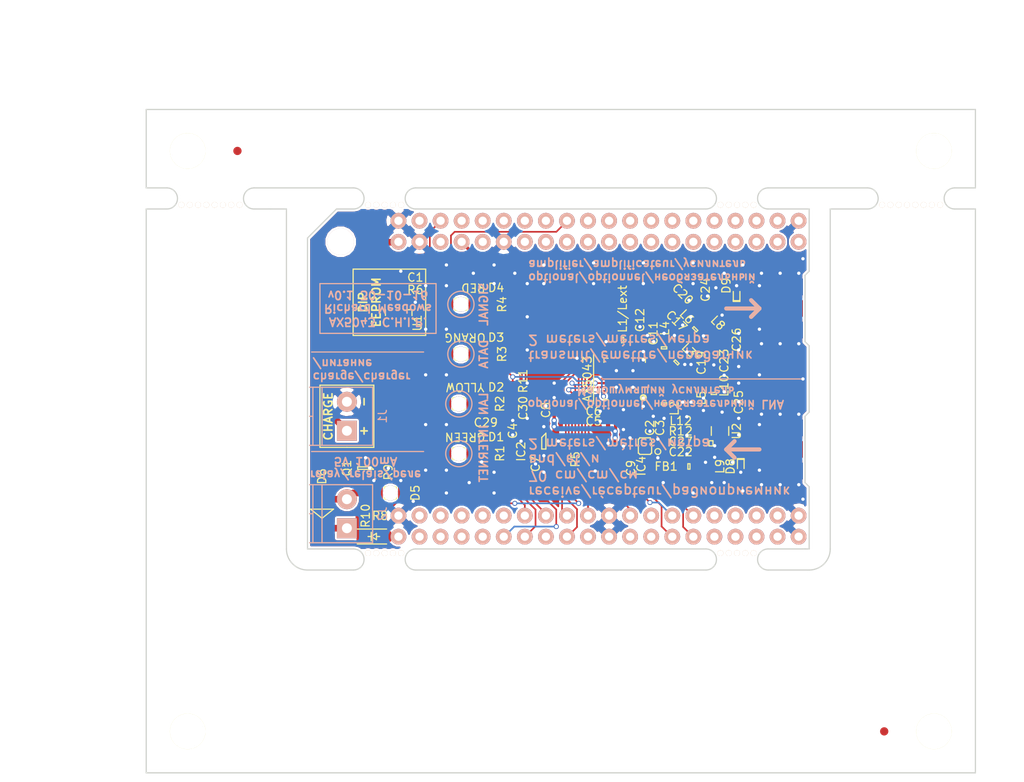
<source format=kicad_pcb>
(kicad_pcb (version 4) (host pcbnew 4.0.4-stable)
  (layers (0 F.Cu signal) (31 B.Cu signal) (34 B.Paste user) (35 F.Paste user) (36 B.SilkS user) (37 F.SilkS user) (38 B.Mask user) (39 F.Mask user) (44 Edge.Cuts user))
  (net 0 "")
  (net 1 3v3)
  (net 2 GND)
  (net 3 16_TCXO)
  (net 4 /CLKp)
  (net 5 /CLKn)
  (net 6 VBATT)
  (net 7 VDD)
  (net 8 "Net-(C7-Pad1)")
  (net 9 "Net-(C10-Pad1)")
  (net 10 "Net-(C11-Pad1)")
  (net 11 "Net-(C12-Pad1)")
  (net 12 /ANTp)
  (net 13 "Net-(C13-Pad2)")
  (net 14 /ANTn)
  (net 15 "Net-(C14-Pad2)")
  (net 16 ANTP1)
  (net 17 "Net-(C17-Pad2)")
  (net 18 "Net-(C19-Pad1)")
  (net 19 "Net-(C20-Pad1)")
  (net 20 AX_50Ω_DIFF)
  (net 21 /AX_ANT_DIFF)
  (net 22 "Net-(C24-Pad1)")
  (net 23 "Net-(D1-Pad2)")
  (net 24 "Net-(D2-Pad2)")
  (net 25 "Net-(D3-Pad2)")
  (net 26 "Net-(D4-Pad2)")
  (net 27 "Net-(D5-Pad1)")
  (net 28 "Net-(D5-Pad2)")
  (net 29 5v)
  (net 30 "Net-(D7-Pad2)")
  (net 31 "Net-(IC1-PadL40)")
  (net 32 "Net-(IC1-PadL38)")
  (net 33 "Net-(IC1-PadL37)")
  (net 34 "Net-(IC1-PadL35)")
  (net 35 "Net-(IC1-PadL36)")
  (net 36 "Net-(IC1-PadL34)")
  (net 37 "Net-(IC1-PadL33)")
  (net 38 "Net-(IC1-PadL31)")
  (net 39 "Net-(IC1-PadL32)")
  (net 40 "Net-(IC1-PadL29)")
  (net 41 "Net-(IC1-PadL27)")
  (net 42 "Net-(IC1-PadL25)")
  (net 43 "Net-(IC1-PadL23)")
  (net 44 "Net-(IC1-PadL21)")
  (net 45 "Net-(IC1-PadL19)")
  (net 46 1WIRE)
  (net 47 "Net-(IC1-PadL15)")
  (net 48 "Net-(IC1-PadL13)")
  (net 49 "Net-(IC1-PadL11)")
  (net 50 "Net-(IC1-PadL9)")
  (net 51 "Net-(IC1-PadL7)")
  (net 52 "Net-(IC1-PadL6)")
  (net 53 "Net-(IC1-PadL10)")
  (net 54 "Net-(IC1-PadL14)")
  (net 55 "Net-(IC1-PadL16)")
  (net 56 "Net-(IC1-PadL18)")
  (net 57 "Net-(IC1-PadL20)")
  (net 58 "Net-(IC1-PadL22)")
  (net 59 "Net-(IC1-PadL24)")
  (net 60 "Net-(IC1-PadL26)")
  (net 61 "Net-(IC1-PadL28)")
  (net 62 "Net-(IC1-PadL30)")
  (net 63 /CHG)
  (net 64 "Net-(IC1-PadR37)")
  (net 65 "Net-(IC1-PadR38)")
  (net 66 "Net-(IC1-PadR36)")
  (net 67 "Net-(IC1-PadR35)")
  (net 68 "Net-(IC1-PadR33)")
  (net 69 "Net-(IC1-PadR34)")
  (net 70 "Net-(IC1-PadR32)")
  (net 71 "Net-(IC1-PadR31)")
  (net 72 AX_MOSI)
  (net 73 AX_MISO)
  (net 74 AX_SCLK)
  (net 75 AX_~SEL~)
  (net 76 "Net-(IC1-PadR25)")
  (net 77 "Net-(IC1-PadR26)")
  (net 78 "Net-(IC1-PadR24)")
  (net 79 AX_IRQ)
  (net 80 "Net-(IC1-PadR20)")
  (net 81 "Net-(IC1-PadR19)")
  (net 82 "Net-(IC1-PadR16)")
  (net 83 AX_DATA)
  (net 84 AX_DCLK)
  (net 85 "Net-(IC1-PadR11)")
  (net 86 "Net-(IC1-PadR9)")
  (net 87 "Net-(IC1-PadR10)")
  (net 88 "Net-(IC1-PadR7)")
  (net 89 "Net-(IC1-PadR8)")
  (net 90 "Net-(IC1-PadR5)")
  (net 91 "Net-(IC1-PadR6)")
  (net 92 "Net-(IC1-PadR3)")
  (net 93 "Net-(IC1-PadR4)")
  (net 94 "Net-(IC3-Pad9)")
  (net 95 "Net-(IC3-Pad10)")
  (net 96 "Net-(IC3-Pad13)")
  (net 97 "Net-(IC3-Pad18)")
  (net 98 PWRAMP)
  (net 99 "Net-(IC3-Pad22)")
  (net 100 "Net-(IC3-Pad24)")
  (net 101 "Net-(IC4-Pad1)")
  (net 102 "Net-(Q1-Pad1)")
  (net 103 LAN_LED)
  (net 104 INTERNET_LED)
  (net 105 /AX_ANT_SE)
  (net 106 "Net-(IC1-PadL3)")
  (net 107 /DAC)
  (net 108 DATA_LED)
  (net 109 /MICIN)
  (net 110 /AUDIO)
  (net 111 "Net-(C21-Pad2)")
  (net 112 /V_LNA)
  (net 113 /LNA_OUT)
  (net 114 "Net-(L9-Pad2)")
  (net 115 "Net-(R12-Pad2)")
  (module Mounting_Holes:MountingHole_4.3mm_M4 (layer F.Cu) (at 215 145)
    (fp_text reference REF** hide)
    (fp_text value MountingHole_4.3mm_M4)
    (pad 1 np_thru_hole circle (at 0 0) (size 4.3 4.3) (drill 4.3) (layers *.Cu *.Mask F.SilkS))
  )
  (module Mounting_Holes:MountingHole_4.3mm_M4 (layer F.Cu) (at 125 145)
    (fp_text reference REF** hide)
    (fp_text value MountingHole_4.3mm_M4)
    (pad 1 np_thru_hole circle (at 0 0) (size 4.3 4.3) (drill 4.3) (layers *.Cu *.Mask F.SilkS))
  )
  (module Mounting_Holes:MountingHole_4.3mm_M4 (layer F.Cu) (at 215 75)
    (fp_text reference REF** hide)
    (fp_text value MountingHole_4.3mm_M4)
    (pad 1 np_thru_hole circle (at 0 0) (size 4.3 4.3) (drill 4.3) (layers *.Cu *.Mask F.SilkS))
  )
  (module rem:drill (layer F.Cu) (at 189.25 123.5)
    (fp_text reference "" hide)
    (fp_text value drill hide)
    (pad "" np_thru_hole circle (at 0 0) (size 0.7 0.7) (drill 0.7) (layers *.Cu *.SilkS F.Mask))
  )
  (module rem:drill (layer F.Cu) (at 190.25 123.5)
    (fp_text reference "" hide)
    (fp_text value drill hide)
    (pad "" np_thru_hole circle (at 0 0) (size 0.7 0.7) (drill 0.7) (layers *.Cu *.SilkS F.Mask))
  )
  (module rem:drill (layer F.Cu) (at 191.25 123.5)
    (fp_text reference "" hide)
    (fp_text value drill hide)
    (pad "" np_thru_hole circle (at 0 0) (size 0.7 0.7) (drill 0.7) (layers *.Cu *.SilkS F.Mask))
  )
  (module rem:drill (layer F.Cu) (at 192.25 123.5)
    (fp_text reference "" hide)
    (fp_text value drill hide)
    (pad "" np_thru_hole circle (at 0 0) (size 0.7 0.7) (drill 0.7) (layers *.Cu *.SilkS F.Mask))
  )
  (module rem:drill (layer F.Cu) (at 193.25 123.5)
    (fp_text reference "" hide)
    (fp_text value drill hide)
    (pad "" np_thru_hole circle (at 0 0) (size 0.7 0.7) (drill 0.7) (layers *.Cu *.SilkS F.Mask))
  )
  (module rem:drill (layer F.Cu) (at 150.75 123.5)
    (fp_text reference "" hide)
    (fp_text value drill hide)
    (pad "" np_thru_hole circle (at 0 0) (size 0.7 0.7) (drill 0.7) (layers *.Cu *.SilkS F.Mask))
  )
  (module rem:drill (layer F.Cu) (at 149.75 123.5)
    (fp_text reference "" hide)
    (fp_text value drill hide)
    (pad "" np_thru_hole circle (at 0 0) (size 0.7 0.7) (drill 0.7) (layers *.Cu *.SilkS F.Mask))
  )
  (module rem:drill (layer F.Cu) (at 148.75 123.5)
    (fp_text reference "" hide)
    (fp_text value drill hide)
    (pad "" np_thru_hole circle (at 0 0) (size 0.7 0.7) (drill 0.7) (layers *.Cu *.SilkS F.Mask))
  )
  (module rem:drill (layer F.Cu) (at 146.75 123.5)
    (fp_text reference "" hide)
    (fp_text value drill hide)
    (pad "" np_thru_hole circle (at 0 0) (size 0.7 0.7) (drill 0.7) (layers *.Cu *.SilkS F.Mask))
  )
  (module rem:drill (layer F.Cu) (at 147.75 123.5)
    (fp_text reference "" hide)
    (fp_text value drill hide)
    (pad "" np_thru_hole circle (at 0 0) (size 0.7 0.7) (drill 0.7) (layers *.Cu *.SilkS F.Mask))
  )
  (module rem:drill (layer F.Cu) (at 146.75 81.5)
    (fp_text reference "" hide)
    (fp_text value drill hide)
    (pad "" np_thru_hole circle (at 0 0) (size 0.7 0.7) (drill 0.7) (layers *.Cu *.SilkS F.Mask))
  )
  (module rem:drill (layer F.Cu) (at 147.75 81.5)
    (fp_text reference "" hide)
    (fp_text value drill hide)
    (pad "" np_thru_hole circle (at 0 0) (size 0.7 0.7) (drill 0.7) (layers *.Cu *.SilkS F.Mask))
  )
  (module rem:drill (layer F.Cu) (at 148.75 81.5)
    (fp_text reference "" hide)
    (fp_text value drill hide)
    (pad "" np_thru_hole circle (at 0 0) (size 0.7 0.7) (drill 0.7) (layers *.Cu *.SilkS F.Mask))
  )
  (module rem:drill (layer F.Cu) (at 149.75 81.5)
    (fp_text reference "" hide)
    (fp_text value drill hide)
    (pad "" np_thru_hole circle (at 0 0) (size 0.7 0.7) (drill 0.7) (layers *.Cu *.SilkS F.Mask))
  )
  (module rem:drill (layer F.Cu) (at 150.75 81.5)
    (fp_text reference "" hide)
    (fp_text value drill hide)
    (pad "" np_thru_hole circle (at 0 0) (size 0.7 0.7) (drill 0.7) (layers *.Cu *.SilkS F.Mask))
  )
  (module rem:drill (layer F.Cu) (at 193.25 81.5)
    (fp_text reference "" hide)
    (fp_text value drill hide)
    (pad "" np_thru_hole circle (at 0 0) (size 0.7 0.7) (drill 0.7) (layers *.Cu *.SilkS F.Mask))
  )
  (module rem:drill (layer F.Cu) (at 192.25 81.5)
    (fp_text reference "" hide)
    (fp_text value drill hide)
    (pad "" np_thru_hole circle (at 0 0) (size 0.7 0.7) (drill 0.7) (layers *.Cu *.SilkS F.Mask))
  )
  (module rem:drill (layer F.Cu) (at 191.25 81.5)
    (fp_text reference "" hide)
    (fp_text value drill hide)
    (pad "" np_thru_hole circle (at 0 0) (size 0.7 0.7) (drill 0.7) (layers *.Cu *.SilkS F.Mask))
  )
  (module rem:drill (layer F.Cu) (at 190.25 81.5)
    (fp_text reference "" hide)
    (fp_text value drill hide)
    (pad "" np_thru_hole circle (at 0 0) (size 0.7 0.7) (drill 0.7) (layers *.Cu *.SilkS F.Mask))
  )
  (module rem:drill (layer F.Cu) (at 189.25 81.5)
    (fp_text reference "" hide)
    (fp_text value drill hide)
    (pad "" np_thru_hole circle (at 0 0) (size 0.7 0.7) (drill 0.7) (layers *.Cu *.SilkS F.Mask))
  )
  (module rem:drill (layer F.Cu) (at 131.25 81.5)
    (fp_text reference "" hide)
    (fp_text value drill hide)
    (pad "" np_thru_hole circle (at 0 0) (size 0.7 0.7) (drill 0.7) (layers *.Cu *.SilkS F.Mask))
  )
  (module rem:drill (layer F.Cu) (at 130.25 81.5)
    (fp_text reference "" hide)
    (fp_text value drill hide)
    (pad "" np_thru_hole circle (at 0 0) (size 0.7 0.7) (drill 0.7) (layers *.Cu *.SilkS F.Mask))
  )
  (module rem:drill (layer F.Cu) (at 129.25 81.5)
    (fp_text reference "" hide)
    (fp_text value drill hide)
    (pad "" np_thru_hole circle (at 0 0) (size 0.7 0.7) (drill 0.7) (layers *.Cu *.SilkS F.Mask))
  )
  (module rem:drill (layer F.Cu) (at 128.25 81.5)
    (fp_text reference "" hide)
    (fp_text value drill hide)
    (pad "" np_thru_hole circle (at 0 0) (size 0.7 0.7) (drill 0.7) (layers *.Cu *.SilkS F.Mask))
  )
  (module rem:drill (layer F.Cu) (at 127.25 81.5)
    (fp_text reference "" hide)
    (fp_text value drill hide)
    (pad "" np_thru_hole circle (at 0 0) (size 0.7 0.7) (drill 0.7) (layers *.Cu *.SilkS F.Mask))
  )
  (module rem:drill (layer F.Cu) (at 126.25 81.5)
    (fp_text reference "" hide)
    (fp_text value drill hide)
    (pad "" np_thru_hole circle (at 0 0) (size 0.7 0.7) (drill 0.7) (layers *.Cu *.SilkS F.Mask))
  )
  (module rem:drill (layer F.Cu) (at 125.25 81.5)
    (fp_text reference "" hide)
    (fp_text value drill hide)
    (pad "" np_thru_hole circle (at 0 0) (size 0.7 0.7) (drill 0.7) (layers *.Cu *.SilkS F.Mask))
  )
  (module rem:drill (layer F.Cu) (at 124.25 81.5)
    (fp_text reference "" hide)
    (fp_text value drill hide)
    (pad "" np_thru_hole circle (at 0 0) (size 0.7 0.7) (drill 0.7) (layers *.Cu *.SilkS F.Mask))
  )
  (module rem:drill (layer F.Cu) (at 208.75 81.5)
    (fp_text reference "" hide)
    (fp_text value drill hide)
    (pad "" np_thru_hole circle (at 0 0) (size 0.7 0.7) (drill 0.7) (layers *.Cu *.SilkS F.Mask))
  )
  (module rem:drill (layer F.Cu) (at 209.75 81.5)
    (fp_text reference "" hide)
    (fp_text value drill hide)
    (pad "" np_thru_hole circle (at 0 0) (size 0.7 0.7) (drill 0.7) (layers *.Cu *.SilkS F.Mask))
  )
  (module rem:drill (layer F.Cu) (at 210.75 81.5)
    (fp_text reference "" hide)
    (fp_text value drill hide)
    (pad "" np_thru_hole circle (at 0 0) (size 0.7 0.7) (drill 0.7) (layers *.Cu *.SilkS F.Mask))
  )
  (module rem:drill (layer F.Cu) (at 211.75 81.5)
    (fp_text reference "" hide)
    (fp_text value drill hide)
    (pad "" np_thru_hole circle (at 0 0) (size 0.7 0.7) (drill 0.7) (layers *.Cu *.SilkS F.Mask))
  )
  (module rem:drill (layer F.Cu) (at 212.75 81.5)
    (fp_text reference "" hide)
    (fp_text value drill hide)
    (pad "" np_thru_hole circle (at 0 0) (size 0.7 0.7) (drill 0.7) (layers *.Cu *.SilkS F.Mask))
  )
  (module rem:drill (layer F.Cu) (at 213.75 81.5)
    (fp_text reference "" hide)
    (fp_text value drill hide)
    (pad "" np_thru_hole circle (at 0 0) (size 0.7 0.7) (drill 0.7) (layers *.Cu *.SilkS F.Mask))
  )
  (module rem:drill (layer F.Cu) (at 214.75 81.5)
    (fp_text reference "" hide)
    (fp_text value drill hide)
    (pad "" np_thru_hole circle (at 0 0) (size 0.7 0.7) (drill 0.7) (layers *.Cu *.SilkS F.Mask))
  )
  (module rem:drill (layer F.Cu) (at 215.75 81.5)
    (fp_text reference "" hide)
    (fp_text value drill hide)
    (pad "" np_thru_hole circle (at 0 0) (size 0.7 0.7) (drill 0.7) (layers *.Cu *.SilkS F.Mask))
  )
  (module Mounting_Holes:MountingHole_4.3mm_M4 (layer F.Cu) (at 125 75)
    (fp_text reference REF** hide)
    (fp_text value MountingHole_4.3mm_M4)
    (pad 1 np_thru_hole circle (at 0 0) (size 4.3 4.3) (drill 4.3) (layers *.Cu *.Mask F.SilkS))
  )
  (module Fiducials:Fiducial_1mm_Dia_2.54mm_Outer_CopperTop (layer F.Cu) (at 209 145)
    (fp_text reference REF** hide)
    (fp_text value Fiducial_1mm_Dia_2.54mm_Outer_CopperTop)
    (pad ~ smd circle (at 0 0) (size 1 1) (layers F.Cu F.Mask) (clearance 0.77))
  )
  (module Fiducials:Fiducial_1mm_Dia_2.54mm_Outer_CopperTop (layer F.Cu) (at 131 75)
    (fp_text reference REF** hide)
    (fp_text value Fiducial_1mm_Dia_2.54mm_Outer_CopperTop)
    (pad ~ smd circle (at 0 0) (size 1 1) (layers F.Cu F.Mask) (clearance 0.77))
  )
  (module agg:0402 (layer F.Cu) (at 186.95 103.5 180)
    (fp_text reference L5 (at 0 -1.3 270) (layer F.SilkS))
    (fp_text value 15nH)
    (pad 1 smd rect (at -0.45 0 180) (size 0.62 0.62) (layers F.Cu F.Paste F.Mask) (net 18 "Net-(C19-Pad1)"))
    (pad 2 smd rect (at 0.45 0 180) (size 0.62 0.62) (layers F.Cu F.Paste F.Mask) (net 13 "Net-(C13-Pad2)"))
  )
  (module agg:0402 (layer F.Cu) (at 186.95 102.5 180)
    (fp_text reference C19 (at 0 1.95 270) (layer F.SilkS))
    (fp_text value 2.7pF)
    (pad 1 smd rect (at -0.45 0 180) (size 0.62 0.62) (layers F.Cu F.Paste F.Mask) (net 18 "Net-(C19-Pad1)"))
    (pad 2 smd rect (at 0.45 0 180) (size 0.62 0.62) (layers F.Cu F.Paste F.Mask) (net 15 "Net-(C14-Pad2)"))
  )
  (module agg:0402 (layer F.Cu) (at 189.95 105.25)
    (fp_text reference C25 (at 1.5 0.05 90) (layer F.SilkS))
    (fp_text value 22pF)
    (pad 1 smd rect (at -0.45 0) (size 0.62 0.62) (layers F.Cu F.Paste F.Mask) (net 20 AX_50Ω_DIFF))
    (pad 2 smd rect (at 0.45 0) (size 0.62 0.62) (layers F.Cu F.Paste F.Mask) (net 2 GND))
  )
  (module agg:0402 (layer F.Cu) (at 182.45 103.5)
    (fp_text reference C13)
    (fp_text value 56pF)
    (pad 1 smd rect (at -0.45 0) (size 0.62 0.62) (layers F.Cu F.Paste F.Mask) (net 12 /ANTp))
    (pad 2 smd rect (at 0.45 0) (size 0.62 0.62) (layers F.Cu F.Paste F.Mask) (net 13 "Net-(C13-Pad2)"))
  )
  (module agg:0603 (layer F.Cu) (at 188.45 104.25 270)
    (fp_text reference L10 (at -0.95 -1.25 270) (layer F.SilkS))
    (fp_text value 12nH)
    (pad 1 smd rect (at -0.8 0 270) (size 0.95 1) (layers F.Cu F.Paste F.Mask) (net 18 "Net-(C19-Pad1)"))
    (pad 2 smd rect (at 0.8 0 270) (size 0.95 1) (layers F.Cu F.Paste F.Mask) (net 20 AX_50Ω_DIFF))
  )
  (module agg:0402 (layer F.Cu) (at 150.2 90.5)
    (fp_text reference C1 (at 2.25 -0.25 180) (layer F.SilkS))
    (fp_text value 100nF)
    (pad 1 smd rect (at -0.45 0) (size 0.62 0.62) (layers F.Cu F.Paste F.Mask) (net 1 3v3))
    (pad 2 smd rect (at 0.45 0) (size 0.62 0.62) (layers F.Cu F.Paste F.Mask) (net 2 GND))
  )
  (module agg:0402 (layer F.Cu) (at 179.55 108.2 90)
    (fp_text reference C2 (at -0.2 1.2 90) (layer F.SilkS))
    (fp_text value 1nF)
    (pad 1 smd rect (at -0.45 0 90) (size 0.62 0.62) (layers F.Cu F.Paste F.Mask) (net 3 16_TCXO))
    (pad 2 smd rect (at 0.45 0 90) (size 0.62 0.62) (layers F.Cu F.Paste F.Mask) (net 4 /CLKp))
  )
  (module agg:0402 (layer F.Cu) (at 178.35 108.2 90)
    (fp_text reference C3 (at -0.2 3.6 90) (layer F.SilkS))
    (fp_text value 1nF)
    (pad 1 smd rect (at -0.45 0 90) (size 0.62 0.62) (layers F.Cu F.Paste F.Mask) (net 2 GND))
    (pad 2 smd rect (at 0.45 0 90) (size 0.62 0.62) (layers F.Cu F.Paste F.Mask) (net 5 /CLKn))
  )
  (module agg:0402 (layer F.Cu) (at 165.2 108.75 270)
    (fp_text reference C4 (at 0 1 450) (layer F.SilkS))
    (fp_text value 1µF)
    (pad 1 smd rect (at -0.45 0 270) (size 0.62 0.62) (layers F.Cu F.Paste F.Mask) (net 6 VBATT))
    (pad 2 smd rect (at 0.45 0 270) (size 0.62 0.62) (layers F.Cu F.Paste F.Mask) (net 2 GND))
  )
  (module agg:0402 (layer F.Cu) (at 176.15 107.6 180)
    (fp_text reference C5 (at 2.2 0 180) (layer F.SilkS))
    (fp_text value 4.7µF)
    (pad 1 smd rect (at -0.45 0 180) (size 0.62 0.62) (layers F.Cu F.Paste F.Mask) (net 7 VDD))
    (pad 2 smd rect (at 0.45 0 180) (size 0.62 0.62) (layers F.Cu F.Paste F.Mask) (net 2 GND))
  )
  (module agg:0402 (layer F.Cu) (at 176.15 106.4 180)
    (fp_text reference C6 (at 2.2 0 180) (layer F.SilkS))
    (fp_text value 100nF)
    (pad 1 smd rect (at -0.45 0 180) (size 0.62 0.62) (layers F.Cu F.Paste F.Mask) (net 7 VDD))
    (pad 2 smd rect (at 0.45 0 180) (size 0.62 0.62) (layers F.Cu F.Paste F.Mask) (net 2 GND))
  )
  (module agg:0402 (layer F.Cu) (at 168.45 112.75 180)
    (fp_text reference C7 (at 1.5 0 270) (layer F.SilkS))
    (fp_text value 10nF)
    (pad 1 smd rect (at -0.45 0 180) (size 0.62 0.62) (layers F.Cu F.Paste F.Mask) (net 8 "Net-(C7-Pad1)"))
    (pad 2 smd rect (at 0.45 0 180) (size 0.62 0.62) (layers F.Cu F.Paste F.Mask) (net 2 GND))
  )
  (module agg:0402 (layer F.Cu) (at 169.2 106.25 90)
    (fp_text reference C8 (at 0 -1 90) (layer F.SilkS))
    (fp_text value 4.7µF)
    (pad 1 smd rect (at -0.45 0 90) (size 0.62 0.62) (layers F.Cu F.Paste F.Mask) (net 7 VDD))
    (pad 2 smd rect (at 0.45 0 90) (size 0.62 0.62) (layers F.Cu F.Paste F.Mask) (net 2 GND))
  )
  (module agg:0402 (layer F.Cu) (at 178.35 111 90)
    (fp_text reference C9 (at -2.25 0.1 90) (layer F.SilkS))
    (fp_text value 1µF)
    (pad 1 smd rect (at -0.45 0 90) (size 0.62 0.62) (layers F.Cu F.Paste F.Mask) (net 7 VDD))
    (pad 2 smd rect (at 0.45 0 90) (size 0.62 0.62) (layers F.Cu F.Paste F.Mask) (net 2 GND))
  )
  (module agg:0402 (layer F.Cu) (at 181.2 105.5 270)
    (fp_text reference C10)
    (fp_text value 100nF)
    (pad 1 smd rect (at -0.45 0 270) (size 0.62 0.62) (layers F.Cu F.Paste F.Mask) (net 9 "Net-(C10-Pad1)"))
    (pad 2 smd rect (at 0.45 0 270) (size 0.62 0.62) (layers F.Cu F.Paste F.Mask) (net 2 GND))
  )
  (module agg:0402 (layer F.Cu) (at 181.2 99.5 90)
    (fp_text reference C11 (at 2.5 -0.05 90) (layer F.SilkS))
    (fp_text value 100nF)
    (pad 1 smd rect (at -0.45 0 90) (size 0.62 0.62) (layers F.Cu F.Paste F.Mask) (net 10 "Net-(C11-Pad1)"))
    (pad 2 smd rect (at 0.45 0 90) (size 0.62 0.62) (layers F.Cu F.Paste F.Mask) (net 2 GND))
  )
  (module agg:0402 (layer F.Cu) (at 179.55 97.8 90)
    (fp_text reference C12 (at 2.4 0 90) (layer F.SilkS))
    (fp_text value 39pF)
    (pad 1 smd rect (at -0.45 0 90) (size 0.62 0.62) (layers F.Cu F.Paste F.Mask) (net 11 "Net-(C12-Pad1)"))
    (pad 2 smd rect (at 0.45 0 90) (size 0.62 0.62) (layers F.Cu F.Paste F.Mask) (net 2 GND))
  )
  (module agg:0402 (layer F.Cu) (at 182.45 102.5)
    (fp_text reference C14)
    (fp_text value 56pF)
    (pad 1 smd rect (at -0.45 0) (size 0.62 0.62) (layers F.Cu F.Paste F.Mask) (net 14 /ANTn))
    (pad 2 smd rect (at 0.45 0) (size 0.62 0.62) (layers F.Cu F.Paste F.Mask) (net 15 "Net-(C14-Pad2)"))
  )
  (module agg:0402 (layer F.Cu) (at 184.7 104 90)
    (fp_text reference C15)
    (fp_text value NOSTUFF)
    (pad 1 smd rect (at -0.45 0 90) (size 0.62 0.62) (layers F.Cu F.Paste F.Mask) (net 2 GND))
    (pad 2 smd rect (at 0.45 0 90) (size 0.62 0.62) (layers F.Cu F.Paste F.Mask) (net 13 "Net-(C13-Pad2)"))
  )
  (module agg:0402 (layer F.Cu) (at 184.7 102 90)
    (fp_text reference C16)
    (fp_text value 2.7pF)
    (pad 1 smd rect (at -0.45 0 90) (size 0.62 0.62) (layers F.Cu F.Paste F.Mask) (net 15 "Net-(C14-Pad2)"))
    (pad 2 smd rect (at 0.45 0 90) (size 0.62 0.62) (layers F.Cu F.Paste F.Mask) (net 2 GND))
  )
  (module agg:0402 (layer F.Cu) (at 184.45 98.25 45)
    (fp_text reference C17 (at 1.59099 -2.298097 135) (layer F.SilkS))
    (fp_text value 22pF)
    (pad 1 smd rect (at -0.45 0 45) (size 0.62 0.62) (layers F.Cu F.Paste F.Mask) (net 16 ANTP1))
    (pad 2 smd rect (at 0.45 0 45) (size 0.62 0.62) (layers F.Cu F.Paste F.Mask) (net 17 "Net-(C17-Pad2)"))
  )
  (module agg:0402 (layer F.Cu) (at 185.7 104 270)
    (fp_text reference C18)
    (fp_text value 5.1pF)
    (pad 1 smd rect (at -0.45 0 270) (size 0.62 0.62) (layers F.Cu F.Paste F.Mask) (net 13 "Net-(C13-Pad2)"))
    (pad 2 smd rect (at 0.45 0 270) (size 0.62 0.62) (layers F.Cu F.Paste F.Mask) (net 2 GND))
  )
  (module agg:0402 (layer F.Cu) (at 186.45 94 135)
    (fp_text reference C20 (at 2.474874 0 135) (layer F.SilkS))
    (fp_text value 39pF)
    (pad 1 smd rect (at -0.45 0 135) (size 0.62 0.62) (layers F.Cu F.Paste F.Mask) (net 19 "Net-(C20-Pad1)"))
    (pad 2 smd rect (at 0.45 0 135) (size 0.62 0.62) (layers F.Cu F.Paste F.Mask) (net 2 GND))
  )
  (module agg:0402 (layer F.Cu) (at 191.2 111.5 180)
    (fp_text reference C21)
    (fp_text value 10nF)
    (pad 1 smd rect (at -0.45 0 180) (size 0.62 0.62) (layers F.Cu F.Paste F.Mask) (net 21 /AX_ANT_DIFF))
    (pad 2 smd rect (at 0.45 0 180) (size 0.62 0.62) (layers F.Cu F.Paste F.Mask) (net 111 "Net-(C21-Pad2)"))
  )
  (module agg:0402 (layer F.Cu) (at 186.95 111.3)
    (fp_text reference C22 (at -2.5 0) (layer F.SilkS))
    (fp_text value 10nF)
    (pad 1 smd rect (at -0.45 0) (size 0.62 0.62) (layers F.Cu F.Paste F.Mask) (net 112 /V_LNA))
    (pad 2 smd rect (at 0.45 0) (size 0.62 0.62) (layers F.Cu F.Paste F.Mask) (net 2 GND))
  )
  (module agg:0402 (layer F.Cu) (at 188.45 102 90)
    (fp_text reference C23 (at 1.7 1.25 90) (layer F.SilkS))
    (fp_text value 22pF)
    (pad 1 smd rect (at -0.45 0 90) (size 0.62 0.62) (layers F.Cu F.Paste F.Mask) (net 18 "Net-(C19-Pad1)"))
    (pad 2 smd rect (at 0.45 0 90) (size 0.62 0.62) (layers F.Cu F.Paste F.Mask) (net 2 GND))
  )
  (module agg:0402 (layer F.Cu) (at 188.7 93 90)
    (fp_text reference C24 (at 1.25 -1.25 90) (layer F.SilkS))
    (fp_text value 56pF)
    (pad 1 smd rect (at -0.45 0 90) (size 0.62 0.62) (layers F.Cu F.Paste F.Mask) (net 22 "Net-(C24-Pad1)"))
    (pad 2 smd rect (at 0.45 0 90) (size 0.62 0.62) (layers F.Cu F.Paste F.Mask) (net 2 GND))
  )
  (module agg:0402 (layer F.Cu) (at 191.2 95.25 270)
    (fp_text reference C26 (at 2.5 0 270) (layer F.SilkS))
    (fp_text value 39pF)
    (pad 1 smd rect (at -0.45 0 270) (size 0.62 0.62) (layers F.Cu F.Paste F.Mask) (net 105 /AX_ANT_SE))
    (pad 2 smd rect (at 0.45 0 270) (size 0.62 0.62) (layers F.Cu F.Paste F.Mask) (net 2 GND))
  )
  (module agg:0402 (layer F.Cu) (at 186.95 110.05)
    (fp_text reference C27 (at -2.5 0) (layer F.SilkS))
    (fp_text value 68pF)
    (pad 1 smd rect (at -0.45 0) (size 0.62 0.62) (layers F.Cu F.Paste F.Mask) (net 112 /V_LNA))
    (pad 2 smd rect (at 0.45 0) (size 0.62 0.62) (layers F.Cu F.Paste F.Mask) (net 2 GND))
  )
  (module agg:0402 (layer F.Cu) (at 188.45 106.5 90)
    (fp_text reference C28)
    (fp_text value 10nF)
    (pad 1 smd rect (at -0.45 0 90) (size 0.62 0.62) (layers F.Cu F.Paste F.Mask) (net 113 /LNA_OUT))
    (pad 2 smd rect (at 0.45 0 90) (size 0.62 0.62) (layers F.Cu F.Paste F.Mask) (net 20 AX_50Ω_DIFF))
  )
  (module agg:DO-214AC-SMA (layer F.Cu) (at 141.2 118.75 90)
    (fp_text reference D6 (at 4.5 0 90) (layer F.SilkS))
    (fp_text value STTH1L06)
    (pad 1 smd rect (at -2 0 90) (size 2.5 1.7) (layers F.Cu F.Paste F.Mask) (net 29 5v))
    (pad 2 smd rect (at 2 0 90) (size 2.5 1.7) (layers F.Cu F.Paste F.Mask) (net 27 "Net-(D5-Pad1)"))
  )
  (module agg-unchecked:TSLP-2-17 (layer F.Cu) (at 191.7 112.5 270)
    (fp_text reference D8 (at 0.55 1.25 270) (layer F.SilkS))
    (fp_text value TVS_DIODE hide)
    (pad 1 smd rect (at 0 0 270) (size 0.35 0.6) (layers F.Cu F.Paste F.Mask) (net 21 /AX_ANT_DIFF))
    (pad 2 smd rect (at 0.65 0 270) (size 0.35 0.6) (layers F.Cu F.Paste F.Mask) (net 2 GND))
  )
  (module agg-unchecked:TSLP-2-17 (layer F.Cu) (at 191.2 92.75 90)
    (fp_text reference D9 (at 1.5 -1.25 90) (layer F.SilkS))
    (fp_text value TVS_DIODE hide)
    (pad 1 smd rect (at 0 0 90) (size 0.35 0.6) (layers F.Cu F.Paste F.Mask) (net 105 /AX_ANT_SE))
    (pad 2 smd rect (at 0.65 0 90) (size 0.35 0.6) (layers F.Cu F.Paste F.Mask) (net 2 GND))
  )
  (module agg:CHIPv1_0 (layer B.Cu) (at 199.95 81.95 270)
    (fp_text reference IC1)
    (fp_text value CHIPv1_0)
    (pad "" np_thru_hole circle (at 4 56.5 270) (size 3.2 3.2) (drill 3.2) (layers *.Cu *.Mask B.SilkS))
    (pad L39 thru_hole circle (at 1.47 1.27 270) (size 1.9 1.9) (drill 1) (layers *.Cu *.Mask B.SilkS) (net 2 GND))
    (pad L40 thru_hole circle (at 4.01 1.27 270) (size 1.9 1.9) (drill 1) (layers *.Cu *.Mask B.SilkS) (net 31 "Net-(IC1-PadL40)"))
    (pad L38 thru_hole circle (at 4.01 3.81 270) (size 1.9 1.9) (drill 1) (layers *.Cu *.Mask B.SilkS) (net 32 "Net-(IC1-PadL38)"))
    (pad L37 thru_hole circle (at 1.47 3.81 270) (size 1.9 1.9) (drill 1) (layers *.Cu *.Mask B.SilkS) (net 33 "Net-(IC1-PadL37)"))
    (pad L35 thru_hole circle (at 1.47 6.35 270) (size 1.9 1.9) (drill 1) (layers *.Cu *.Mask B.SilkS) (net 34 "Net-(IC1-PadL35)"))
    (pad L36 thru_hole circle (at 4.01 6.35 270) (size 1.9 1.9) (drill 1) (layers *.Cu *.Mask B.SilkS) (net 35 "Net-(IC1-PadL36)"))
    (pad L34 thru_hole circle (at 4.01 8.89 270) (size 1.9 1.9) (drill 1) (layers *.Cu *.Mask B.SilkS) (net 36 "Net-(IC1-PadL34)"))
    (pad L33 thru_hole circle (at 1.47 8.89 270) (size 1.9 1.9) (drill 1) (layers *.Cu *.Mask B.SilkS) (net 37 "Net-(IC1-PadL33)"))
    (pad L31 thru_hole circle (at 1.47 11.43 270) (size 1.9 1.9) (drill 1) (layers *.Cu *.Mask B.SilkS) (net 38 "Net-(IC1-PadL31)"))
    (pad L32 thru_hole circle (at 4.01 11.43 270) (size 1.9 1.9) (drill 1) (layers *.Cu *.Mask B.SilkS) (net 39 "Net-(IC1-PadL32)"))
    (pad L29 thru_hole circle (at 1.47 13.97 270) (size 1.9 1.9) (drill 1) (layers *.Cu *.Mask B.SilkS) (net 40 "Net-(IC1-PadL29)"))
    (pad L27 thru_hole circle (at 1.47 16.51 270) (size 1.9 1.9) (drill 1) (layers *.Cu *.Mask B.SilkS) (net 41 "Net-(IC1-PadL27)"))
    (pad L25 thru_hole circle (at 1.47 19.05 270) (size 1.9 1.9) (drill 1) (layers *.Cu *.Mask B.SilkS) (net 42 "Net-(IC1-PadL25)"))
    (pad L23 thru_hole circle (at 1.47 21.59 270) (size 1.9 1.9) (drill 1) (layers *.Cu *.Mask B.SilkS) (net 43 "Net-(IC1-PadL23)"))
    (pad L21 thru_hole circle (at 1.47 24.13 270) (size 1.9 1.9) (drill 1) (layers *.Cu *.Mask B.SilkS) (net 44 "Net-(IC1-PadL21)"))
    (pad L19 thru_hole circle (at 1.47 26.67 270) (size 1.9 1.9) (drill 1) (layers *.Cu *.Mask B.SilkS) (net 45 "Net-(IC1-PadL19)"))
    (pad L17 thru_hole circle (at 1.47 29.21 270) (size 1.9 1.9) (drill 1) (layers *.Cu *.Mask B.SilkS) (net 46 1WIRE))
    (pad L15 thru_hole circle (at 1.47 31.75 270) (size 1.9 1.9) (drill 1) (layers *.Cu *.Mask B.SilkS) (net 47 "Net-(IC1-PadL15)"))
    (pad L13 thru_hole circle (at 1.47 34.29 270) (size 1.9 1.9) (drill 1) (layers *.Cu *.Mask B.SilkS) (net 48 "Net-(IC1-PadL13)"))
    (pad L11 thru_hole circle (at 1.47 36.83 270) (size 1.9 1.9) (drill 1) (layers *.Cu *.Mask B.SilkS) (net 49 "Net-(IC1-PadL11)"))
    (pad L9 thru_hole circle (at 1.47 39.37 270) (size 1.9 1.9) (drill 1) (layers *.Cu *.Mask B.SilkS) (net 50 "Net-(IC1-PadL9)"))
    (pad L7 thru_hole circle (at 1.47 41.91 270) (size 1.9 1.9) (drill 1) (layers *.Cu *.Mask B.SilkS) (net 51 "Net-(IC1-PadL7)"))
    (pad L5 thru_hole circle (at 1.47 44.45 270) (size 1.9 1.9) (drill 1) (layers *.Cu *.Mask B.SilkS) (net 1 3v3))
    (pad L3 thru_hole circle (at 1.47 46.99 270) (size 1.9 1.9) (drill 1) (layers *.Cu *.Mask B.SilkS) (net 106 "Net-(IC1-PadL3)"))
    (pad L4 thru_hole circle (at 4.01 46.99 270) (size 1.9 1.9) (drill 1) (layers *.Cu *.Mask B.SilkS) (net 2 GND))
    (pad L6 thru_hole circle (at 4.01 44.45 270) (size 1.9 1.9) (drill 1) (layers *.Cu *.Mask B.SilkS) (net 52 "Net-(IC1-PadL6)"))
    (pad L8 thru_hole circle (at 4.01 41.91 270) (size 1.9 1.9) (drill 1) (layers *.Cu *.Mask B.SilkS) (net 6 VBATT))
    (pad L10 thru_hole circle (at 4.01 39.37 270) (size 1.9 1.9) (drill 1) (layers *.Cu *.Mask B.SilkS) (net 53 "Net-(IC1-PadL10)"))
    (pad L12 thru_hole circle (at 4.01 36.83 270) (size 1.9 1.9) (drill 1) (layers *.Cu *.Mask B.SilkS) (net 2 GND))
    (pad L14 thru_hole circle (at 4.01 34.29 270) (size 1.9 1.9) (drill 1) (layers *.Cu *.Mask B.SilkS) (net 54 "Net-(IC1-PadL14)"))
    (pad L16 thru_hole circle (at 4.01 31.75 270) (size 1.9 1.9) (drill 1) (layers *.Cu *.Mask B.SilkS) (net 55 "Net-(IC1-PadL16)"))
    (pad L18 thru_hole circle (at 4.01 29.21 270) (size 1.9 1.9) (drill 1) (layers *.Cu *.Mask B.SilkS) (net 56 "Net-(IC1-PadL18)"))
    (pad L20 thru_hole circle (at 4.01 26.67 270) (size 1.9 1.9) (drill 1) (layers *.Cu *.Mask B.SilkS) (net 57 "Net-(IC1-PadL20)"))
    (pad L22 thru_hole circle (at 4.01 24.13 270) (size 1.9 1.9) (drill 1) (layers *.Cu *.Mask B.SilkS) (net 58 "Net-(IC1-PadL22)"))
    (pad L24 thru_hole circle (at 4.01 21.59 270) (size 1.9 1.9) (drill 1) (layers *.Cu *.Mask B.SilkS) (net 59 "Net-(IC1-PadL24)"))
    (pad L26 thru_hole circle (at 4.01 19.05 270) (size 1.9 1.9) (drill 1) (layers *.Cu *.Mask B.SilkS) (net 60 "Net-(IC1-PadL26)"))
    (pad L28 thru_hole circle (at 4.01 16.51 270) (size 1.9 1.9) (drill 1) (layers *.Cu *.Mask B.SilkS) (net 61 "Net-(IC1-PadL28)"))
    (pad L30 thru_hole circle (at 4.01 13.97 270) (size 1.9 1.9) (drill 1) (layers *.Cu *.Mask B.SilkS) (net 62 "Net-(IC1-PadL30)"))
    (pad L1 thru_hole circle (at 1.47 49.53 270) (size 1.9 1.9) (drill 1) (layers *.Cu *.Mask B.SilkS) (net 2 GND))
    (pad L2 thru_hole circle (at 4.01 49.53 270) (size 1.9 1.9) (drill 1) (layers *.Cu *.Mask B.SilkS) (net 63 /CHG))
    (pad R39 thru_hole circle (at 37.03 1.27 270) (size 1.9 1.9) (drill 1) (layers *.Cu *.Mask B.SilkS) (net 2 GND))
    (pad R40 thru_hole circle (at 39.57 1.27 270) (size 1.9 1.9) (drill 1) (layers *.Cu *.Mask B.SilkS) (net 2 GND))
    (pad R37 thru_hole circle (at 37.03 3.81 270) (size 1.9 1.9) (drill 1) (layers *.Cu *.Mask B.SilkS) (net 64 "Net-(IC1-PadR37)"))
    (pad R38 thru_hole circle (at 39.57 3.81 270) (size 1.9 1.9) (drill 1) (layers *.Cu *.Mask B.SilkS) (net 65 "Net-(IC1-PadR38)"))
    (pad R36 thru_hole circle (at 39.57 6.35 270) (size 1.9 1.9) (drill 1) (layers *.Cu *.Mask B.SilkS) (net 66 "Net-(IC1-PadR36)"))
    (pad R35 thru_hole circle (at 37.03 6.35 270) (size 1.9 1.9) (drill 1) (layers *.Cu *.Mask B.SilkS) (net 67 "Net-(IC1-PadR35)"))
    (pad R33 thru_hole circle (at 37.03 8.89 270) (size 1.9 1.9) (drill 1) (layers *.Cu *.Mask B.SilkS) (net 68 "Net-(IC1-PadR33)"))
    (pad R34 thru_hole circle (at 39.57 8.89 270) (size 1.9 1.9) (drill 1) (layers *.Cu *.Mask B.SilkS) (net 69 "Net-(IC1-PadR34)"))
    (pad R32 thru_hole circle (at 39.57 11.43 270) (size 1.9 1.9) (drill 1) (layers *.Cu *.Mask B.SilkS) (net 70 "Net-(IC1-PadR32)"))
    (pad R31 thru_hole circle (at 37.03 11.43 270) (size 1.9 1.9) (drill 1) (layers *.Cu *.Mask B.SilkS) (net 71 "Net-(IC1-PadR31)"))
    (pad R29 thru_hole circle (at 37.03 13.97 270) (size 1.9 1.9) (drill 1) (layers *.Cu *.Mask B.SilkS) (net 72 AX_MOSI))
    (pad R30 thru_hole circle (at 39.57 13.97 270) (size 1.9 1.9) (drill 1) (layers *.Cu *.Mask B.SilkS) (net 73 AX_MISO))
    (pad R28 thru_hole circle (at 39.57 16.51 270) (size 1.9 1.9) (drill 1) (layers *.Cu *.Mask B.SilkS) (net 74 AX_SCLK))
    (pad R27 thru_hole circle (at 37.03 16.51 270) (size 1.9 1.9) (drill 1) (layers *.Cu *.Mask B.SilkS) (net 75 AX_~SEL~))
    (pad R25 thru_hole circle (at 37.03 19.05 270) (size 1.9 1.9) (drill 1) (layers *.Cu *.Mask B.SilkS) (net 76 "Net-(IC1-PadR25)"))
    (pad R26 thru_hole circle (at 39.57 19.05 270) (size 1.9 1.9) (drill 1) (layers *.Cu *.Mask B.SilkS) (net 77 "Net-(IC1-PadR26)"))
    (pad R24 thru_hole circle (at 39.57 21.59 270) (size 1.9 1.9) (drill 1) (layers *.Cu *.Mask B.SilkS) (net 78 "Net-(IC1-PadR24)"))
    (pad R23 thru_hole circle (at 37.03 21.59 270) (size 1.9 1.9) (drill 1) (layers *.Cu *.Mask B.SilkS) (net 79 AX_IRQ))
    (pad R21 thru_hole circle (at 37.03 24.13 270) (size 1.9 1.9) (drill 1) (layers *.Cu *.Mask B.SilkS) (net 2 GND))
    (pad R22 thru_hole circle (at 39.57 24.13 270) (size 1.9 1.9) (drill 1) (layers *.Cu *.Mask B.SilkS) (net 2 GND))
    (pad R20 thru_hole circle (at 39.57 26.67 270) (size 1.9 1.9) (drill 1) (layers *.Cu *.Mask B.SilkS) (net 80 "Net-(IC1-PadR20)"))
    (pad R19 thru_hole circle (at 37.03 26.67 270) (size 1.9 1.9) (drill 1) (layers *.Cu *.Mask B.SilkS) (net 81 "Net-(IC1-PadR19)"))
    (pad R17 thru_hole circle (at 37.03 29.21 270) (size 1.9 1.9) (drill 1) (layers *.Cu *.Mask B.SilkS) (net 83 AX_DATA))
    (pad R18 thru_hole circle (at 39.57 29.21 270) (size 1.9 1.9) (drill 1) (layers *.Cu *.Mask B.SilkS) (net 84 AX_DCLK))
    (pad R15 thru_hole circle (at 37.03 31.75 270) (size 1.9 1.9) (drill 1) (layers *.Cu *.Mask B.SilkS) (net 108 DATA_LED))
    (pad R16 thru_hole circle (at 39.57 31.75 270) (size 1.9 1.9) (drill 1) (layers *.Cu *.Mask B.SilkS) (net 82 "Net-(IC1-PadR16)"))
    (pad R13 thru_hole circle (at 37.03 34.29 270) (size 1.9 1.9) (drill 1) (layers *.Cu *.Mask B.SilkS) (net 104 INTERNET_LED))
    (pad R14 thru_hole circle (at 39.57 34.29 270) (size 1.9 1.9) (drill 1) (layers *.Cu *.Mask B.SilkS) (net 103 LAN_LED))
    (pad R11 thru_hole circle (at 37.03 36.83 270) (size 1.9 1.9) (drill 1) (layers *.Cu *.Mask B.SilkS) (net 85 "Net-(IC1-PadR11)"))
    (pad R12 thru_hole circle (at 39.57 36.83 270) (size 1.9 1.9) (drill 1) (layers *.Cu *.Mask B.SilkS) (net 109 /MICIN))
    (pad R9 thru_hole circle (at 37.03 39.37 270) (size 1.9 1.9) (drill 1) (layers *.Cu *.Mask B.SilkS) (net 86 "Net-(IC1-PadR9)"))
    (pad R10 thru_hole circle (at 39.57 39.37 270) (size 1.9 1.9) (drill 1) (layers *.Cu *.Mask B.SilkS) (net 87 "Net-(IC1-PadR10)"))
    (pad R7 thru_hole circle (at 37.03 41.91 270) (size 1.9 1.9) (drill 1) (layers *.Cu *.Mask B.SilkS) (net 88 "Net-(IC1-PadR7)"))
    (pad R8 thru_hole circle (at 39.57 41.91 270) (size 1.9 1.9) (drill 1) (layers *.Cu *.Mask B.SilkS) (net 89 "Net-(IC1-PadR8)"))
    (pad R5 thru_hole circle (at 37.03 44.45 270) (size 1.9 1.9) (drill 1) (layers *.Cu *.Mask B.SilkS) (net 90 "Net-(IC1-PadR5)"))
    (pad R6 thru_hole circle (at 39.57 44.45 270) (size 1.9 1.9) (drill 1) (layers *.Cu *.Mask B.SilkS) (net 91 "Net-(IC1-PadR6)"))
    (pad R3 thru_hole circle (at 37.03 46.99 270) (size 1.9 1.9) (drill 1) (layers *.Cu *.Mask B.SilkS) (net 92 "Net-(IC1-PadR3)"))
    (pad R4 thru_hole circle (at 39.57 46.99 270) (size 1.9 1.9) (drill 1) (layers *.Cu *.Mask B.SilkS) (net 93 "Net-(IC1-PadR4)"))
    (pad R1 thru_hole circle (at 37.03 49.53 270) (size 1.9 1.9) (drill 1) (layers *.Cu *.Mask B.SilkS) (net 2 GND))
    (pad R2 thru_hole circle (at 39.57 49.53 270) (size 1.9 1.9) (drill 1) (layers *.Cu *.Mask B.SilkS) (net 30 "Net-(D7-Pad2)"))
  )
  (module agg:SOT-23-5 (layer F.Cu) (at 167.95 110)
    (fp_text reference IC2 (at -2.75 1.25 90) (layer F.SilkS))
    (fp_text value TPS73433)
    (pad 1 smd rect (at -1.3 -0.95) (size 1.1 0.6) (layers F.Cu F.Paste F.Mask) (net 6 VBATT))
    (pad 2 smd rect (at -1.3 0) (size 1.1 0.6) (layers F.Cu F.Paste F.Mask) (net 2 GND))
    (pad 3 smd rect (at -1.3 0.95) (size 1.1 0.6) (layers F.Cu F.Paste F.Mask) (net 6 VBATT))
    (pad 4 smd rect (at 1.3 0.95) (size 1.1 0.6) (layers F.Cu F.Paste F.Mask) (net 8 "Net-(C7-Pad1)"))
    (pad 5 smd rect (at 1.3 -0.95) (size 1.1 0.6) (layers F.Cu F.Paste F.Mask) (net 7 VDD))
  )
  (module rem:QFN-28-EP-AX (layer F.Cu) (at 177.7 102.5 180)
    (fp_text reference IC3 hide)
    (fp_text value AX5043)
    (pad 1 smd rect (at -2.5 -1.5 270) (size 0.3 0.75) (layers F.Cu F.Paste F.Mask) (net 9 "Net-(C10-Pad1)"))
    (pad 2 smd rect (at -2.5 -1 270) (size 0.3 0.75) (layers F.Cu F.Paste F.Mask) (net 2 GND))
    (pad 3 smd rect (at -2.5 -0.5 270) (size 0.3 0.75) (layers F.Cu F.Paste F.Mask) (net 12 /ANTp))
    (pad 4 smd rect (at -2.5 0 270) (size 0.3 0.75) (layers F.Cu F.Paste F.Mask) (net 14 /ANTn))
    (pad 5 smd rect (at -2.5 0.5 270) (size 0.3 0.75) (layers F.Cu F.Paste F.Mask) (net 16 ANTP1))
    (pad 6 smd rect (at -2.5 1 270) (size 0.3 0.75) (layers F.Cu F.Paste F.Mask) (net 2 GND))
    (pad 7 smd rect (at -2.5 1.5 270) (size 0.3 0.75) (layers F.Cu F.Paste F.Mask) (net 10 "Net-(C11-Pad1)"))
    (pad 8 smd rect (at -1.5 2.5 180) (size 0.3 0.75) (layers F.Cu F.Paste F.Mask) (net 11 "Net-(C12-Pad1)"))
    (pad 9 smd rect (at -1 2.5 180) (size 0.3 0.75) (layers F.Cu F.Paste F.Mask) (net 94 "Net-(IC3-Pad9)"))
    (pad 10 smd rect (at -0.5 2.5 180) (size 0.3 0.75) (layers F.Cu F.Paste F.Mask) (net 95 "Net-(IC3-Pad10)"))
    (pad 11 smd rect (at 0 2.5 180) (size 0.3 0.75) (layers F.Cu F.Paste F.Mask) (net 83 AX_DATA))
    (pad 12 smd rect (at 0.5 2.5 180) (size 0.3 0.75) (layers F.Cu F.Paste F.Mask) (net 84 AX_DCLK))
    (pad 13 smd rect (at 1 2.5 180) (size 0.3 0.75) (layers F.Cu F.Paste F.Mask) (net 96 "Net-(IC3-Pad13)"))
    (pad 14 smd rect (at 1.5 2.5 180) (size 0.3 0.75) (layers F.Cu F.Paste F.Mask) (net 75 AX_~SEL~))
    (pad 15 smd rect (at 2.5 1.5 270) (size 0.3 0.75) (layers F.Cu F.Paste F.Mask) (net 74 AX_SCLK))
    (pad 16 smd rect (at 2.5 1 270) (size 0.3 0.75) (layers F.Cu F.Paste F.Mask) (net 73 AX_MISO))
    (pad 17 smd rect (at 2.5 0.5 270) (size 0.3 0.75) (layers F.Cu F.Paste F.Mask) (net 72 AX_MOSI))
    (pad 18 smd rect (at 2.5 0 270) (size 0.3 0.75) (layers F.Cu F.Paste F.Mask) (net 97 "Net-(IC3-Pad18)"))
    (pad 19 smd rect (at 2.5 -0.5 270) (size 0.3 0.75) (layers F.Cu F.Paste F.Mask) (net 79 AX_IRQ))
    (pad 20 smd rect (at 2.5 -1 270) (size 0.3 0.75) (layers F.Cu F.Paste F.Mask) (net 98 PWRAMP))
    (pad 21 smd rect (at 2.5 -1.5 270) (size 0.3 0.75) (layers F.Cu F.Paste F.Mask) (net 107 /DAC))
    (pad 22 smd rect (at 1.5 -2.5 180) (size 0.3 0.75) (layers F.Cu F.Paste F.Mask) (net 99 "Net-(IC3-Pad22)"))
    (pad 23 smd rect (at 1 -2.5 180) (size 0.3 0.75) (layers F.Cu F.Paste F.Mask) (net 7 VDD))
    (pad 24 smd rect (at 0.5 -2.5 180) (size 0.3 0.75) (layers F.Cu F.Paste F.Mask) (net 100 "Net-(IC3-Pad24)"))
    (pad 25 smd rect (at 0 -2.5 180) (size 0.3 0.75) (layers F.Cu F.Paste F.Mask) (net 2 GND))
    (pad 26 smd rect (at -0.5 -2.5 180) (size 0.3 0.75) (layers F.Cu F.Paste F.Mask) (net 2 GND))
    (pad 27 smd rect (at -1 -2.5 180) (size 0.3 0.75) (layers F.Cu F.Paste F.Mask) (net 5 /CLKn))
    (pad 28 smd rect (at -1.5 -2.5 180) (size 0.3 0.75) (layers F.Cu F.Paste F.Mask) (net 4 /CLKp))
    (pad EP smd rect (at 0 0 180) (size 3.3 3.3) (layers F.Cu F.Mask) (net 2 GND))
  )
  (module rem:TG-5006CJ (layer F.Cu) (at 180.15 110.6 90)
    (fp_text reference IC4 (at -2.4 -0.45 90) (layer F.SilkS))
    (fp_text value TG-5006CJ)
    (pad 4 smd rect (at -0.825 -0.565 90) (size 0.6 0.75) (layers F.Cu F.Paste F.Mask) (net 7 VDD))
    (pad 3 smd rect (at 0.825 -0.565 90) (size 0.6 0.75) (layers F.Cu F.Paste F.Mask) (net 3 16_TCXO))
    (pad 2 smd rect (at 0.825 0.565 90) (size 0.6 0.75) (layers F.Cu F.Paste F.Mask) (net 2 GND))
    (pad 1 smd rect (at -0.825 0.565 90) (size 0.6 0.75) (layers F.Cu F.Paste F.Mask) (net 101 "Net-(IC4-Pad1)"))
  )
  (module Terminal_Blocks:TerminalBlock_Pheonix_PT-3.5mm_2pol (layer B.Cu) (at 144.2 108.75 90)
    (fp_text reference J1 (at 1.75 4.3 90) (layer B.SilkS) (effects (justify mirror)))
    (fp_text value CONN_01x02)
    (pad 2 thru_hole circle (at 3.5 0 90) (size 2.4 2.4) (drill 1.2) (layers *.Cu *.Mask B.SilkS) (net 2 GND))
    (pad 1 thru_hole rect (at 0 0 90) (size 2.4 2.4) (drill 1.2) (layers *.Cu *.Mask B.SilkS) (net 63 /CHG))
  )
  (module Terminal_Blocks:TerminalBlock_Pheonix_PT-3.5mm_2pol (layer B.Cu) (at 144.2 120.5 90)
    (fp_text reference J2 (at 1.75 4.3 90) (layer B.SilkS) (effects (justify mirror)))
    (fp_text value CONN_01x02)
    (pad 2 thru_hole circle (at 3.5 0 90) (size 2.4 2.4) (drill 1.2) (layers *.Cu *.Mask B.SilkS) (net 27 "Net-(D5-Pad1)"))
    (pad 1 thru_hole rect (at 0 0 90) (size 2.4 2.4) (drill 1.2) (layers *.Cu *.Mask B.SilkS) (net 29 5v))
  )
  (module agg:0402 (layer F.Cu) (at 185.7 102 90)
    (fp_text reference L7)
    (fp_text value 15nH)
    (pad 1 smd rect (at -0.45 0 90) (size 0.62 0.62) (layers F.Cu F.Paste F.Mask) (net 15 "Net-(C14-Pad2)"))
    (pad 2 smd rect (at 0.45 0 90) (size 0.62 0.62) (layers F.Cu F.Paste F.Mask) (net 2 GND))
  )
  (module agg:0402 (layer F.Cu) (at 187.95 94.75 45)
    (fp_text reference L8 (at 0 1.414214 135) (layer F.SilkS))
    (fp_text value 39nH)
    (pad 1 smd rect (at -0.45 0 45) (size 0.62 0.62) (layers F.Cu F.Paste F.Mask) (net 19 "Net-(C20-Pad1)"))
    (pad 2 smd rect (at 0.45 0 45) (size 0.62 0.62) (layers F.Cu F.Paste F.Mask) (net 22 "Net-(C24-Pad1)"))
  )
  (module rem:BMI-S-x05 (layer F.Cu) (at 193.45 115.5 90)
    (fp_text reference P1 hide)
    (fp_text value PAD)
    (pad 1 smd rect (at 25.7 -31.4 90) (size 1 3.3) (layers F.Cu F.Paste F.Mask) (net 2 GND))
    (pad 1 smd rect (at 25.7 -25.4 90) (size 1 3.3) (layers F.Cu F.Paste F.Mask) (net 2 GND))
    (pad 1 smd rect (at 25.7 -13.4 90) (size 1 3.3) (layers F.Cu F.Paste F.Mask) (net 2 GND))
    (pad 1 smd rect (at 25.7 -19.4 90) (size 1 3.3) (layers F.Cu F.Paste F.Mask) (net 2 GND))
    (pad 1 smd rect (at 25.7 -7.4 90) (size 1 3.3) (layers F.Cu F.Paste F.Mask) (net 2 GND))
    (pad 1 smd rect (at 25.7 -37.325 90) (size 1 3.15) (layers F.Cu F.Paste F.Mask) (net 2 GND))
    (pad 1 smd rect (at 24.175 -38.4 90) (size 2.05 1) (layers F.Cu F.Paste F.Mask) (net 2 GND))
    (pad 1 smd rect (at 19.1 -38.4 90) (size 2.7 1) (layers F.Cu F.Paste F.Mask) (net 2 GND))
    (pad 1 smd rect (at 13.4 -38.4 90) (size 3.3 1) (layers F.Cu F.Paste F.Mask) (net 2 GND))
    (pad 1 smd rect (at 7.4 -38.4 90) (size 3.3 1) (layers F.Cu F.Paste F.Mask) (net 2 GND))
    (pad 1 smd rect (at 2.025 -38.4 90) (size 2.05 1) (layers F.Cu F.Paste F.Mask) (net 2 GND))
    (pad 1 smd rect (at 0.5 -37.325 90) (size 1 3.15) (layers F.Cu F.Paste F.Mask) (net 2 GND))
    (pad 1 smd rect (at 0.5 -31.4 90) (size 1 3.3) (layers F.Cu F.Paste F.Mask) (net 2 GND))
    (pad 1 smd rect (at 25.7 -1.525 90) (size 1 3.05) (layers F.Cu F.Paste F.Mask) (net 2 GND))
    (pad 1 smd rect (at 24.175 -0.5 90) (size 2.05 1) (layers F.Cu F.Paste F.Mask) (net 2 GND))
    (pad 1 smd rect (at 19.1 -0.5 90) (size 2.7 1) (layers F.Cu F.Paste F.Mask) (net 2 GND))
    (pad 1 smd rect (at 0.5 -25.4 90) (size 1 3.3) (layers F.Cu F.Paste F.Mask) (net 2 GND))
    (pad 1 smd rect (at 0.5 -19.4 90) (size 1 3.3) (layers F.Cu F.Paste F.Mask) (net 2 GND))
    (pad 1 smd rect (at 0.5 -13.4 90) (size 1 3.3) (layers F.Cu F.Paste F.Mask) (net 2 GND))
    (pad 1 smd rect (at 0.5 -7.4 90) (size 1 3.3) (layers F.Cu F.Paste F.Mask) (net 2 GND))
    (pad 1 smd rect (at 13.4 -0.5 90) (size 3.3 1) (layers F.Cu F.Paste F.Mask) (net 2 GND))
    (pad 1 smd rect (at 7.4 -0.5 90) (size 3.3 1) (layers F.Cu F.Paste F.Mask) (net 2 GND))
    (pad 1 smd rect (at 2.025 -0.5 90) (size 2.05 1) (layers F.Cu F.Paste F.Mask) (net 2 GND))
    (pad 1 smd rect (at 0.5 -1.525 90) (size 1 3.05) (layers F.Cu F.Paste F.Mask) (net 2 GND))
  )
  (module rem:SMA-EDGE (layer F.Cu) (at 196.95 111 270)
    (fp_text reference P2)
    (fp_text value COAX)
    (pad 1 smd rect (at 0 0 270) (size 2 4.5) (layers F.Cu F.Mask) (net 21 /AX_ANT_DIFF))
    (pad 2 smd rect (at 2.6 0 270) (size 2 4.5) (layers B.Cu B.Mask) (net 2 GND))
    (pad 2 smd rect (at -2.6 0 270) (size 2 4.5) (layers B.Cu B.Mask) (net 2 GND))
    (pad 2 smd rect (at -2.6 0 270) (size 2 4.5) (layers F.Cu F.Mask) (net 2 GND))
    (pad 2 smd rect (at 2.6 0 270) (size 2 4.5) (layers F.Cu F.Mask) (net 2 GND))
  )
  (module rem:SMA-EDGE (layer F.Cu) (at 196.95 94 270)
    (fp_text reference P3)
    (fp_text value COAX)
    (pad 1 smd rect (at 0 0 270) (size 2 4.5) (layers F.Cu F.Mask) (net 105 /AX_ANT_SE))
    (pad 2 smd rect (at 2.6 0 270) (size 2 4.5) (layers B.Cu B.Mask) (net 2 GND))
    (pad 2 smd rect (at -2.6 0 270) (size 2 4.5) (layers B.Cu B.Mask) (net 2 GND))
    (pad 2 smd rect (at -2.6 0 270) (size 2 4.5) (layers F.Cu F.Mask) (net 2 GND))
    (pad 2 smd rect (at 2.6 0 270) (size 2 4.5) (layers F.Cu F.Mask) (net 2 GND))
  )
  (module agg:SOT-23 (layer F.Cu) (at 146.45 113.25 270)
    (fp_text reference Q1 (at 0 2.25 270) (layer F.SilkS))
    (fp_text value NX7002AK)
    (pad 1 smd rect (at -1.15 -0.95 270) (size 1 0.6) (layers F.Cu F.Paste F.Mask) (net 102 "Net-(Q1-Pad1)"))
    (pad 2 smd rect (at -1.15 0.95 270) (size 1 0.6) (layers F.Cu F.Paste F.Mask) (net 2 GND))
    (pad 3 smd rect (at 1.15 0 270) (size 1 0.6) (layers F.Cu F.Paste F.Mask) (net 27 "Net-(D5-Pad1)"))
  )
  (module agg:0402 (layer F.Cu) (at 160.95 111.5 180)
    (fp_text reference R1 (at -1.71 0 270) (layer F.SilkS))
    (fp_text value 330Ω)
    (pad 1 smd rect (at -0.45 0 180) (size 0.62 0.62) (layers F.Cu F.Paste F.Mask) (net 104 INTERNET_LED))
    (pad 2 smd rect (at 0.45 0 180) (size 0.62 0.62) (layers F.Cu F.Paste F.Mask) (net 23 "Net-(D1-Pad2)"))
  )
  (module agg:0402 (layer F.Cu) (at 160.95 105.5 180)
    (fp_text reference R2 (at -1.71 0 270) (layer F.SilkS))
    (fp_text value 330Ω)
    (pad 1 smd rect (at -0.45 0 180) (size 0.62 0.62) (layers F.Cu F.Paste F.Mask) (net 103 LAN_LED))
    (pad 2 smd rect (at 0.45 0 180) (size 0.62 0.62) (layers F.Cu F.Paste F.Mask) (net 24 "Net-(D2-Pad2)"))
  )
  (module agg:0402 (layer F.Cu) (at 161.2 99.5 180)
    (fp_text reference R3 (at -1.71 0 270) (layer F.SilkS))
    (fp_text value 330Ω)
    (pad 1 smd rect (at -0.45 0 180) (size 0.62 0.62) (layers F.Cu F.Paste F.Mask) (net 108 DATA_LED))
    (pad 2 smd rect (at 0.45 0 180) (size 0.62 0.62) (layers F.Cu F.Paste F.Mask) (net 25 "Net-(D3-Pad2)"))
  )
  (module agg:0402 (layer F.Cu) (at 161.2 93.5 180)
    (fp_text reference R4 (at -1.71 0 270) (layer F.SilkS))
    (fp_text value 330Ω)
    (pad 1 smd rect (at -0.45 0 180) (size 0.62 0.62) (layers F.Cu F.Paste F.Mask) (net 107 /DAC))
    (pad 2 smd rect (at 0.45 0 180) (size 0.62 0.62) (layers F.Cu F.Paste F.Mask) (net 26 "Net-(D4-Pad2)"))
  )
  (module agg:0402 (layer F.Cu) (at 171.75 113.6 180)
    (fp_text reference R5 (at 0 1.4 270) (layer F.SilkS))
    (fp_text value 1kΩ)
    (pad 1 smd rect (at -0.45 0 180) (size 0.62 0.62) (layers F.Cu F.Paste F.Mask) (net 81 "Net-(IC1-PadR19)"))
    (pad 2 smd rect (at 0.45 0 180) (size 0.62 0.62) (layers F.Cu F.Paste F.Mask) (net 98 PWRAMP))
  )
  (module agg:0402 (layer F.Cu) (at 150.2 91.75)
    (fp_text reference R6 (at 2.25 0 180) (layer F.SilkS))
    (fp_text value 4.7kΩ)
    (pad 1 smd rect (at -0.45 0) (size 0.62 0.62) (layers F.Cu F.Paste F.Mask) (net 1 3v3))
    (pad 2 smd rect (at 0.45 0) (size 0.62 0.62) (layers F.Cu F.Paste F.Mask) (net 46 1WIRE))
  )
  (module agg:0402 (layer F.Cu) (at 178.95 106.5 180)
    (fp_text reference R7)
    (fp_text value 1kΩ)
    (pad 1 smd rect (at -0.45 0 180) (size 0.62 0.62) (layers F.Cu F.Paste F.Mask) (net 4 /CLKp))
    (pad 2 smd rect (at 0.45 0 180) (size 0.62 0.62) (layers F.Cu F.Paste F.Mask) (net 5 /CLKn))
  )
  (module agg:0402 (layer F.Cu) (at 148.2 118)
    (fp_text reference R8 (at 0 1 180) (layer F.SilkS))
    (fp_text value 330Ω)
    (pad 1 smd rect (at -0.45 0) (size 0.62 0.62) (layers F.Cu F.Paste F.Mask) (net 29 5v))
    (pad 2 smd rect (at 0.45 0) (size 0.62 0.62) (layers F.Cu F.Paste F.Mask) (net 28 "Net-(D5-Pad2)"))
  )
  (module agg:0402 (layer F.Cu) (at 149.2 112.25 180)
    (fp_text reference R9 (at 0 -1.5 270) (layer F.SilkS))
    (fp_text value 1kΩ)
    (pad 1 smd rect (at -0.45 0 180) (size 0.62 0.62) (layers F.Cu F.Paste F.Mask) (net 98 PWRAMP))
    (pad 2 smd rect (at 0.45 0 180) (size 0.62 0.62) (layers F.Cu F.Paste F.Mask) (net 102 "Net-(Q1-Pad1)"))
  )
  (module agg:0402 (layer F.Cu) (at 146.45 116.75 90)
    (fp_text reference R10 (at -2.25 0 90) (layer F.SilkS))
    (fp_text value 10kΩ)
    (pad 1 smd rect (at -0.45 0 90) (size 0.62 0.62) (layers F.Cu F.Paste F.Mask) (net 29 5v))
    (pad 2 smd rect (at 0.45 0 90) (size 0.62 0.62) (layers F.Cu F.Paste F.Mask) (net 27 "Net-(D5-Pad1)"))
  )
  (module TO_SOT_Packages_SMD:TSOT-6-MK06A (layer F.Cu) (at 150.45 94.5 180)
    (fp_text reference U1 (at -2.25 -1.25 270) (layer F.SilkS))
    (fp_text value DS2401P)
    (pad 1 smd rect (at -0.94996 1.30048 180) (size 0.69088 1.00076) (layers F.Cu F.Paste F.Mask) (net 2 GND))
    (pad 2 smd rect (at 0 1.30048 180) (size 0.69088 1.00076) (layers F.Cu F.Paste F.Mask) (net 46 1WIRE))
    (pad 3 smd rect (at 0.94996 1.30048 180) (size 0.69088 1.00076) (layers F.Cu F.Paste F.Mask))
    (pad 4 smd rect (at 0.94996 -1.30048 180) (size 0.69088 1.00076) (layers F.Cu F.Paste F.Mask))
    (pad 5 smd rect (at 0 -1.30048 180) (size 0.69088 1.00076) (layers F.Cu F.Paste F.Mask))
    (pad 6 smd rect (at -0.94996 -1.30048 180) (size 0.69088 1.00076) (layers F.Cu F.Paste F.Mask))
  )
  (module agg:0603 (layer F.Cu) (at 182.45 98.75 90)
    (fp_text reference L4 (at 2.35 0.1 90) (layer F.SilkS))
    (fp_text value 120nH)
    (pad 1 smd rect (at -0.8 0 90) (size 0.95 1) (layers F.Cu F.Paste F.Mask) (net 16 ANTP1))
    (pad 2 smd rect (at 0.8 0 90) (size 0.95 1) (layers F.Cu F.Paste F.Mask) (net 2 GND))
  )
  (module agg:0603 (layer F.Cu) (at 186.2 96.5 45)
    (fp_text reference L6 (at 0.353553 -1.767767 135) (layer F.SilkS))
    (fp_text value 120nH)
    (pad 1 smd rect (at -0.8 0 45) (size 0.95 1) (layers F.Cu F.Paste F.Mask) (net 17 "Net-(C17-Pad2)"))
    (pad 2 smd rect (at 0.8 0 45) (size 0.95 1) (layers F.Cu F.Paste F.Mask) (net 19 "Net-(C20-Pad1)"))
  )
  (module rem:1206_LED_REVERSE (layer F.Cu) (at 157.7 111.5)
    (fp_text reference D1 (at 4.5 -2) (layer F.SilkS))
    (fp_text value INTERNET-GREEN)
    (pad 1 smd rect (at -1.5 0) (size 1.15 1.8) (layers F.Cu F.Paste F.Mask) (net 2 GND))
    (pad 2 smd rect (at 1.5 0) (size 1.15 1.8) (layers F.Cu F.Paste F.Mask) (net 23 "Net-(D1-Pad2)"))
    (pad "" thru_hole circle (at 0 0) (size 1.8 1.8) (drill 1.8) (layers *.Mask F.Cu))
  )
  (module rem:1206_LED_REVERSE (layer F.Cu) (at 157.7 105.5)
    (fp_text reference D2 (at 4.5 -2 180) (layer F.SilkS))
    (fp_text value LAN-YELLOW)
    (pad 1 smd rect (at -1.5 0) (size 1.15 1.8) (layers F.Cu F.Paste F.Mask) (net 2 GND))
    (pad 2 smd rect (at 1.5 0) (size 1.15 1.8) (layers F.Cu F.Paste F.Mask) (net 24 "Net-(D2-Pad2)"))
    (pad "" thru_hole circle (at 0 0) (size 1.8 1.8) (drill 1.8) (layers *.Mask F.Cu))
  )
  (module rem:1206_LED_REVERSE (layer F.Cu) (at 157.95 99.5)
    (fp_text reference D3 (at 4.25 -2 180) (layer F.SilkS))
    (fp_text value DATA-ORANGE)
    (pad 1 smd rect (at -1.5 0) (size 1.15 1.8) (layers F.Cu F.Paste F.Mask) (net 2 GND))
    (pad 2 smd rect (at 1.5 0) (size 1.15 1.8) (layers F.Cu F.Paste F.Mask) (net 25 "Net-(D3-Pad2)"))
    (pad "" thru_hole circle (at 0 0) (size 1.8 1.8) (drill 1.8) (layers *.Mask F.Cu))
  )
  (module rem:1206_LED_REVERSE (layer F.Cu) (at 157.95 93.5)
    (fp_text reference D4 (at 4.25 -2 180) (layer F.SilkS))
    (fp_text value RSSI-RED)
    (pad 1 smd rect (at -1.5 0) (size 1.15 1.8) (layers F.Cu F.Paste F.Mask) (net 2 GND))
    (pad 2 smd rect (at 1.5 0) (size 1.15 1.8) (layers F.Cu F.Paste F.Mask) (net 26 "Net-(D4-Pad2)"))
    (pad "" thru_hole circle (at 0 0) (size 1.8 1.8) (drill 1.8) (layers *.Mask F.Cu))
  )
  (module rem:1206_LED_REVERSE (layer F.Cu) (at 149.45 116.25)
    (fp_text reference D5 (at 3 0 90) (layer F.SilkS))
    (fp_text value TX-RED)
    (pad 1 smd rect (at -1.5 0) (size 1.15 1.8) (layers F.Cu F.Paste F.Mask) (net 27 "Net-(D5-Pad1)"))
    (pad 2 smd rect (at 1.5 0) (size 1.15 1.8) (layers F.Cu F.Paste F.Mask) (net 28 "Net-(D5-Pad2)"))
    (pad "" thru_hole circle (at 0 0) (size 1.8 1.8) (drill 1.8) (layers *.Mask F.Cu))
  )
  (module Diodes_SMD:SOD-123 (layer F.Cu) (at 147.45 121.5)
    (fp_text reference D7)
    (fp_text value DFLS130L-7)
    (pad 1 smd rect (at -1.635 0) (size 0.91 1.22) (layers F.Cu F.Paste F.Mask) (net 29 5v))
    (pad 2 smd rect (at 1.635 0) (size 0.91 1.22) (layers F.Cu F.Paste F.Mask) (net 30 "Net-(D7-Pad2)"))
  )
  (module agg:0402 (layer F.Cu) (at 162.95 107.75 90)
    (fp_text reference C29 (at 0 -2 360) (layer F.SilkS))
    (fp_text value 100nF)
    (pad 1 smd rect (at -0.45 0 90) (size 0.62 0.62) (layers F.Cu F.Paste F.Mask) (net 109 /MICIN))
    (pad 2 smd rect (at 0.45 0 90) (size 0.62 0.62) (layers F.Cu F.Paste F.Mask) (net 110 /AUDIO))
  )
  (module agg:0402 (layer F.Cu) (at 164.2 106 270)
    (fp_text reference C30 (at 0 -1.25 270) (layer F.SilkS))
    (fp_text value 10nF)
    (pad 1 smd rect (at -0.45 0 270) (size 0.62 0.62) (layers F.Cu F.Paste F.Mask) (net 110 /AUDIO))
    (pad 2 smd rect (at 0.45 0 270) (size 0.62 0.62) (layers F.Cu F.Paste F.Mask) (net 2 GND))
  )
  (module agg:0402 (layer F.Cu) (at 164.2 103.5 90)
    (fp_text reference R11 (at 0.75 1.25 90) (layer F.SilkS))
    (fp_text value 1kΩ)
    (pad 1 smd rect (at -0.45 0 90) (size 0.62 0.62) (layers F.Cu F.Paste F.Mask) (net 110 /AUDIO))
    (pad 2 smd rect (at 0.45 0 90) (size 0.62 0.62) (layers F.Cu F.Paste F.Mask) (net 107 /DAC))
  )
  (module agg:0603 (layer F.Cu) (at 182.45 105.5 90)
    (fp_text reference L2 (at -0.55 1.25 90) (layer F.SilkS))
    (fp_text value 22nH)
    (pad 1 smd rect (at -0.8 0 90) (size 0.95 1) (layers F.Cu F.Paste F.Mask) (net 2 GND))
    (pad 2 smd rect (at 0.8 0 90) (size 0.95 1) (layers F.Cu F.Paste F.Mask) (net 12 /ANTp))
  )
  (module agg:0603 (layer F.Cu) (at 183.95 100.5 45)
    (fp_text reference L3 (at 2.085965 0.035355 135) (layer F.SilkS))
    (fp_text value 22nH)
    (pad 1 smd rect (at -0.8 0 45) (size 0.95 1) (layers F.Cu F.Paste F.Mask) (net 14 /ANTn))
    (pad 2 smd rect (at 0.8 0 45) (size 0.95 1) (layers F.Cu F.Paste F.Mask) (net 2 GND))
  )
  (module agg:0402 (layer F.Cu) (at 189.95 111 90)
    (fp_text reference L9 (at -2.05 -0.75 90) (layer F.SilkS))
    (fp_text value 6.8nH)
    (pad 1 smd rect (at -0.45 0 90) (size 0.62 0.62) (layers F.Cu F.Paste F.Mask) (net 111 "Net-(C21-Pad2)"))
    (pad 2 smd rect (at 0.45 0 90) (size 0.62 0.62) (layers F.Cu F.Paste F.Mask) (net 114 "Net-(L9-Pad2)"))
  )
  (module agg:0402 (layer F.Cu) (at 190.7 93.75)
    (fp_text reference L11)
    (fp_text value 22nH)
    (pad 1 smd rect (at -0.45 0) (size 0.62 0.62) (layers F.Cu F.Paste F.Mask) (net 22 "Net-(C24-Pad1)"))
    (pad 2 smd rect (at 0.45 0) (size 0.62 0.62) (layers F.Cu F.Paste F.Mask) (net 105 /AX_ANT_SE))
  )
  (module agg:0402 (layer F.Cu) (at 186.95 107.55)
    (fp_text reference L12 (at -2.5 0) (layer F.SilkS))
    (fp_text value 47nH)
    (pad 1 smd rect (at -0.45 0) (size 0.62 0.62) (layers F.Cu F.Paste F.Mask) (net 112 /V_LNA))
    (pad 2 smd rect (at 0.45 0) (size 0.62 0.62) (layers F.Cu F.Paste F.Mask) (net 113 /LNA_OUT))
  )
  (module agg:0402 (layer F.Cu) (at 186.95 108.8)
    (fp_text reference R12 (at -2.5 0) (layer F.SilkS))
    (fp_text value 1kΩ)
    (pad 1 smd rect (at -0.45 0) (size 0.62 0.62) (layers F.Cu F.Paste F.Mask) (net 112 /V_LNA))
    (pad 2 smd rect (at 0.45 0) (size 0.62 0.62) (layers F.Cu F.Paste F.Mask) (net 115 "Net-(R12-Pad2)"))
  )
  (module TO_SOT_Packages_SMD:SC-70-6 (layer F.Cu) (at 189.2 108.8)
    (fp_text reference U2 (at 2 0 90) (layer F.SilkS))
    (fp_text value MGA-62563)
    (pad 1 smd rect (at -0.65024 0.94996) (size 0.39878 0.7493) (layers F.Cu F.Paste F.Mask) (net 2 GND))
    (pad 2 smd rect (at 0 0.94996) (size 0.39878 0.7493) (layers F.Cu F.Paste F.Mask) (net 2 GND))
    (pad 3 smd rect (at 0.65024 0.94996) (size 0.39878 0.7493) (layers F.Cu F.Paste F.Mask) (net 114 "Net-(L9-Pad2)"))
    (pad 4 smd rect (at 0.65024 -0.94996) (size 0.39878 0.7493) (layers F.Cu F.Paste F.Mask) (net 115 "Net-(R12-Pad2)"))
    (pad 5 smd rect (at 0 -0.94996) (size 0.39878 0.7493) (layers F.Cu F.Paste F.Mask) (net 2 GND))
    (pad 6 smd rect (at -0.65024 -0.94996) (size 0.39878 0.7493) (layers F.Cu F.Paste F.Mask) (net 113 /LNA_OUT))
  )
  (module agg:0603 (layer F.Cu) (at 185.45 113.05)
    (fp_text reference FB1 (at -2.75 0) (layer F.SilkS))
    (fp_text value 600Ω-1A-0.2DCR)
    (pad 1 smd rect (at -0.8 0) (size 0.95 1) (layers F.Cu F.Paste F.Mask) (net 7 VDD))
    (pad 2 smd rect (at 0.8 0) (size 0.95 1) (layers F.Cu F.Paste F.Mask) (net 112 /V_LNA))
  )
  (module agg:0603 (layer F.Cu) (at 177.45 97.8 180)
    (fp_text reference L1 (at 0 1.75 270) (layer F.SilkS))
    (fp_text value 22nH)
    (pad 1 smd rect (at -0.8 0 180) (size 0.95 1) (layers F.Cu F.Paste F.Mask) (net 94 "Net-(IC3-Pad9)"))
    (pad 2 smd rect (at 0.8 0 180) (size 0.95 1) (layers F.Cu F.Paste F.Mask) (net 95 "Net-(IC3-Pad10)"))
  )
  (gr_line (start 206.95 82) (end 202.49 82) (angle 90) (layer Edge.Cuts) (width 0.15))
  (gr_line (start 202.49 123) (end 202.49 82) (angle 90) (layer Edge.Cuts) (width 0.15))
  (gr_arc (start 199.95 123) (end 202.49 123) (angle 90) (layer Edge.Cuts) (width 0.15))
  (gr_line (start 195 125.54) (end 199.95 125.54) (angle 90) (layer Edge.Cuts) (width 0.15))
  (gr_line (start 134.95 82) (end 136.91 82) (angle 90) (layer Edge.Cuts) (width 0.15))
  (gr_line (start 136.91 123) (end 136.91 82) (angle 90) (layer Edge.Cuts) (width 0.15))
  (gr_arc (start 139.45 123) (end 139.45 125.54) (angle 90) (layer Edge.Cuts) (width 0.15))
  (gr_line (start 145 125.54) (end 139.5 125.54) (angle 90) (layer Edge.Cuts) (width 0.15))
  (gr_line (start 139.45 123) (end 140.45 123) (angle 90) (layer Edge.Cuts) (width 0.15))
  (gr_line (start 199.45 123) (end 199.95 123) (angle 90) (layer Edge.Cuts) (width 0.15))
  (gr_line (start 194.95 82) (end 199.95 82) (angle 90) (layer Edge.Cuts) (width 0.15))
  (gr_line (start 142.95 82) (end 144.95 82) (angle 90) (layer Edge.Cuts) (width 0.15))
  (gr_line (start 195 79.46) (end 207 79.46) (angle 90) (layer Edge.Cuts) (width 0.15))
  (gr_line (start 152.5 79.46) (end 187.5 79.46) (angle 90) (layer Edge.Cuts) (width 0.15))
  (gr_line (start 133 79.46) (end 145 79.46) (angle 90) (layer Edge.Cuts) (width 0.15))
  (gr_line (start 220 79.46) (end 217.5 79.46) (angle 90) (layer Edge.Cuts) (width 0.15))
  (gr_line (start 220 70) (end 220 79.46) (angle 90) (layer Edge.Cuts) (width 0.15))
  (gr_line (start 220 82) (end 217.5 82) (angle 90) (layer Edge.Cuts) (width 0.15))
  (gr_line (start 220 150) (end 220 82) (angle 90) (layer Edge.Cuts) (width 0.15))
  (gr_line (start 120 79.46) (end 122.5 79.46) (angle 90) (layer Edge.Cuts) (width 0.15))
  (gr_line (start 120 70) (end 120 79.46) (angle 90) (layer Edge.Cuts) (width 0.15))
  (gr_line (start 133 82) (end 134.96 82) (angle 90) (layer Edge.Cuts) (width 0.15))
  (gr_line (start 120 82) (end 122.5 82) (angle 90) (layer Edge.Cuts) (width 0.15))
  (gr_line (start 120 150) (end 120 82) (angle 90) (layer Edge.Cuts) (width 0.15))
  (gr_arc (start 217.5 80.73) (end 217.5 82) (angle 180) (layer Edge.Cuts) (width 0.15))
  (gr_arc (start 207 80.73) (end 207 79.46) (angle 180) (layer Edge.Cuts) (width 0.15))
  (gr_arc (start 133 80.73) (end 133 82) (angle 180) (layer Edge.Cuts) (width 0.15))
  (gr_arc (start 122.5 80.73) (end 122.5 79.46) (angle 180) (layer Edge.Cuts) (width 0.15))
  (gr_line (start 187.5 82) (end 152.5 82) (angle 90) (layer Edge.Cuts) (width 0.15))
  (gr_arc (start 187.5 80.73) (end 187.5 79.46) (angle 180) (layer Edge.Cuts) (width 0.15))
  (gr_arc (start 195 80.73) (end 195 82) (angle 180) (layer Edge.Cuts) (width 0.15))
  (gr_arc (start 152.5 80.73) (end 152.5 82) (angle 180) (layer Edge.Cuts) (width 0.15))
  (gr_arc (start 145 80.73) (end 145 79.46) (angle 180) (layer Edge.Cuts) (width 0.15))
  (gr_line (start 152.5 125.54) (end 187.5 125.54) (angle 90) (layer Edge.Cuts) (width 0.15))
  (gr_line (start 195 123) (end 199.5 123) (angle 90) (layer Edge.Cuts) (width 0.15))
  (gr_line (start 152.5 123) (end 187.5 123) (angle 90) (layer Edge.Cuts) (width 0.15))
  (gr_arc (start 187.5 124.27) (end 187.5 123) (angle 180) (layer Edge.Cuts) (width 0.15))
  (gr_arc (start 195 124.27) (end 195 125.54) (angle 180) (layer Edge.Cuts) (width 0.15))
  (gr_arc (start 145 124.27) (end 145 123) (angle 180) (layer Edge.Cuts) (width 0.15))
  (gr_arc (start 152.5 124.27) (end 152.5 125.54) (angle 180) (layer Edge.Cuts) (width 0.15))
  (gr_line (start 220 70) (end 120 70) (angle 90) (layer Edge.Cuts) (width 0.15))
  (gr_line (start 120 150) (end 220 150) (angle 90) (layer Edge.Cuts) (width 0.15))
  (gr_line (start 140.5 123) (end 145 123) (angle 90) (layer Edge.Cuts) (width 0.15))
  (gr_line (start 188.35 109.95) (end 187.95 109.95) (angle 90) (layer F.SilkS) (width 0.15))
  (gr_line (start 188.35 110.55) (end 188.35 109.95) (angle 90) (layer F.SilkS) (width 0.15))
  (gr_line (start 139.95 99.25) (end 153.45 99.25) (angle 90) (layer B.SilkS) (width 0.15))
  (gr_line (start 154.95 97) (end 140.95 97) (angle 90) (layer B.SilkS) (width 0.15))
  (gr_line (start 154.95 91) (end 154.95 97) (angle 90) (layer B.SilkS) (width 0.15))
  (gr_line (start 140.95 91) (end 154.95 91) (angle 90) (layer B.SilkS) (width 0.15))
  (gr_line (start 140.95 97) (end 140.95 91) (angle 90) (layer B.SilkS) (width 0.15))
  (gr_text "AX5043 C.H.I.P.\nRichard Meadows\nv0.1 30-10-16" (at 147.95 94 180) (layer B.SilkS) (effects (font (size 1 1) (thickness 0.2)) (justify mirror)))
  (gr_text "+   -" (at 146.2 107 90) (layer F.SilkS) (effects (font (size 1 1) (thickness 0.2))))
  (gr_text CHARGE (at 141.95 107 90) (layer F.SilkS) (effects (font (size 1 1) (thickness 0.2))))
  (gr_line (start 140.95 103.25) (end 140.95 110.75) (angle 90) (layer F.SilkS) (width 0.15))
  (gr_line (start 147.45 103.25) (end 140.95 103.25) (angle 90) (layer F.SilkS) (width 0.15))
  (gr_line (start 147.45 110.75) (end 147.45 103.25) (angle 90) (layer F.SilkS) (width 0.15))
  (gr_line (start 144.2 110.75) (end 140.95 110.75) (angle 90) (layer F.SilkS) (width 0.15))
  (gr_line (start 147.45 110.75) (end 144.2 110.75) (angle 90) (layer F.SilkS) (width 0.15))
  (gr_line (start 173.95 105.5) (end 173.95 99.5) (angle 90) (layer F.SilkS) (width 0.15))
  (gr_text AX5043 (at 173.2 102.5 90) (layer F.SilkS) (effects (font (size 1 1))))
  (gr_line (start 193.95 94) (end 189.95 94) (angle 90) (layer B.SilkS) (width 0.5))
  (gr_line (start 189.95 111) (end 193.95 111) (angle 90) (layer B.SilkS) (width 0.5))
  (gr_line (start 193.95 94) (end 192.95 93) (angle 90) (layer B.SilkS) (width 0.5))
  (gr_line (start 192.95 95) (end 193.95 94) (angle 90) (layer B.SilkS) (width 0.5))
  (gr_line (start 193.95 94) (end 192.95 95) (angle 90) (layer B.SilkS) (width 0.5))
  (gr_line (start 189.95 111) (end 190.95 112) (angle 90) (layer B.SilkS) (width 0.5))
  (gr_line (start 189.95 111) (end 190.95 110) (angle 90) (layer B.SilkS) (width 0.5))
  (gr_circle (center 179.95 104.75) (end 180.2 104.5) (layer F.SilkS) (width 0.15))
  (gr_line (start 179.7 104.5) (end 179.7 105) (angle 90) (layer F.SilkS) (width 0.15))
  (gr_line (start 180.2 104.5) (end 179.7 104.5) (angle 90) (layer F.SilkS) (width 0.15))
  (gr_line (start 180.2 105) (end 180.2 104.5) (angle 90) (layer F.SilkS) (width 0.15))
  (gr_line (start 179.7 105) (end 180.2 105) (angle 90) (layer F.SilkS) (width 0.15))
  (gr_circle (center 181.7 111.25) (end 181.95 111) (layer F.SilkS) (width 0.15))
  (gr_text RED (at 159.45 91.5 180) (layer F.SilkS) (effects (font (size 1 1))))
  (gr_text ORANG (at 158.45 97.5 180) (layer F.SilkS) (effects (font (size 1 1))))
  (gr_text YLLOW (at 158.45 103.5 180) (layer F.SilkS) (effects (font (size 1 1))))
  (gr_text GREEN (at 158.45 109.5 180) (layer F.SilkS) (effects (font (size 1 1))))
  (gr_text SIGNAL (at 160.7 93.5 90) (layer B.SilkS) (effects (font (size 1 1) (thickness 0.2)) (justify mirror)))
  (gr_text DATA (at 160.7 99.5 90) (layer B.SilkS) (effects (font (size 1 1) (thickness 0.2)) (justify mirror)))
  (gr_text INTERNET (at 160.7 111.5 90) (layer B.SilkS) (effects (font (size 1 1) (thickness 0.2)) (justify mirror)))
  (gr_circle (center 157.95 93.5) (end 158.45 92) (layer B.SilkS) (width 0.15))
  (gr_circle (center 157.95 99.5) (end 158.45 98) (layer B.SilkS) (width 0.15))
  (gr_circle (center 157.7 105.5) (end 158.2 104) (layer B.SilkS) (width 0.15))
  (gr_circle (center 157.7 111.5) (end 158.2 110) (layer B.SilkS) (width 0.15))
  (gr_text LAN (at 160.7 105.5 90) (layer B.SilkS) (effects (font (size 1 1) (thickness 0.2)) (justify mirror)))
  (gr_line (start 153.7 89.25) (end 153.7 97.25) (angle 90) (layer F.SilkS) (width 0.15))
  (gr_line (start 144.95 89.25) (end 153.7 89.25) (angle 90) (layer F.SilkS) (width 0.15))
  (gr_line (start 144.95 97.25) (end 144.95 89.25) (angle 90) (layer F.SilkS) (width 0.15))
  (gr_line (start 153.7 97.25) (end 144.95 97.25) (angle 90) (layer F.SilkS) (width 0.15))
  (gr_text "DIP\nEEPROM" (at 146.95 93.25 90) (layer F.SilkS) (effects (font (size 1 1) (thickness 0.2))))
  (gr_text /Lext (at 177.45 93.25 90) (layer F.SilkS) (effects (font (size 1 1))))
  (gr_text "optional/optionnel/необязательный\namplifier/amplificateur/усилитель\n" (at 165.95 89.5 180) (layer B.SilkS) (effects (font (size 1 1) (thickness 0.2)) (justify left mirror)))
  (gr_text "optional/optionnel/необязательный LNA\nМалошумящий усилитель" (at 181.45 104.75 180) (layer B.SilkS) (effects (font (size 1 1) (thickness 0.2)) (justify mirror)))
  (gr_line (start 139.95 111.25) (end 153.45 111.25) (angle 90) (layer B.SilkS) (width 0.15))
  (gr_text "relay/relais/реле\n5V 100mA" (at 146.45 113.25 180) (layer B.SilkS) (effects (font (size 1 1) (thickness 0.2)) (justify mirror)))
  (gr_text "charge/charger\n/питание" (at 139.95 101.45 180) (layer B.SilkS) (effects (font (size 1 1) (thickness 0.2)) (justify left mirror)))
  (gr_text "receive/récepteur/радиоприемник\n70 cm/cm/см\nand/et/и\n2 meters/mètres/метрa" (at 165.95 113.2 180) (layer B.SilkS) (effects (font (size 1.2 1.2) (thickness 0.2)) (justify left mirror)))
  (gr_text "transmit/émettre/передатчик\n2 meters/mètres/метрa" (at 165.95 98.75 180) (layer B.SilkS) (effects (font (size 1.2 1.2) (thickness 0.2)) (justify left mirror)))
  (gr_line (start 198.95 102.5) (end 174.95 102.5) (angle 90) (layer B.SilkS) (width 0.15))
  (gr_line (start 199.95 89.5) (end 199.95 82) (angle 90) (layer Edge.Cuts) (width 0.15))
  (gr_line (start 199.45 90) (end 199.95 89.5) (angle 90) (layer Edge.Cuts) (width 0.15))
  (gr_line (start 199.45 98) (end 199.45 90) (angle 90) (layer Edge.Cuts) (width 0.15))
  (gr_line (start 199.95 98.5) (end 199.45 98) (angle 90) (layer Edge.Cuts) (width 0.15))
  (gr_line (start 199.95 106.5) (end 199.95 98.5) (angle 90) (layer Edge.Cuts) (width 0.15))
  (gr_line (start 199.45 107) (end 199.95 106.5) (angle 90) (layer Edge.Cuts) (width 0.15))
  (gr_line (start 199.45 115) (end 199.45 107) (angle 90) (layer Edge.Cuts) (width 0.15))
  (gr_line (start 199.95 115.5) (end 199.45 115) (angle 90) (layer Edge.Cuts) (width 0.15))
  (gr_line (start 199.95 123) (end 199.95 115.5) (angle 90) (layer Edge.Cuts) (width 0.15))
  (gr_line (start 139.45 85.5) (end 142.95 82) (angle 90) (layer Edge.Cuts) (width 0.15))
  (gr_line (start 139.45 123) (end 139.45 85.5) (angle 90) (layer Edge.Cuts) (width 0.15))
  (segment (start 149.75 90.5) (end 149.75 91.75) (width 0.4) (layer F.Cu) (net 1))
  (segment (start 154.2 86.75) (end 154.2 84.77) (width 0.2) (layer F.Cu) (net 1))
  (segment (start 155.5 83.47) (end 154.2 84.77) (width 0.2) (layer F.Cu) (net 1))
  (segment (start 153.45 87.5) (end 154.2 86.75) (width 0.2) (layer F.Cu) (net 1))
  (segment (start 151.2 87.5) (end 153.45 87.5) (width 0.2) (layer F.Cu) (net 1))
  (segment (start 149.95 88.75) (end 151.2 87.5) (width 0.2) (layer F.Cu) (net 1))
  (segment (start 149.95 88.75) (end 149.95 90.3) (width 0.2) (layer F.Cu) (net 1))
  (segment (start 149.75 90.5) (end 149.95 90.3) (width 0.2) (layer F.Cu) (net 1))
  (segment (start 187.2 97.3) (end 189.45 95.05) (width 0.2) (layer F.Cu) (net 2))
  (segment (start 187.15 97.3) (end 187.2 97.3) (width 0.2) (layer F.Cu) (net 2))
  (via (at 187.2 97.3) (size 0.6) (drill 0.4) (layers F.Cu B.Cu) (net 2))
  (segment (start 184.515685 99.934315) (end 185.2 99.25) (width 0.2) (layer F.Cu) (net 2))
  (via (at 185.2 99.25) (size 0.6) (drill 0.4) (layers F.Cu B.Cu) (net 2))
  (segment (start 185.2 99.25) (end 187.15 97.3) (width 0.2) (layer F.Cu) (net 2))
  (via (at 189.45 94.8) (size 0.6) (drill 0.4) (layers F.Cu B.Cu) (net 2))
  (segment (start 189.45 95.05) (end 189.45 94.8) (width 0.2) (layer F.Cu) (net 2))
  (segment (start 189.7 102.05) (end 189.7 104.05) (width 0.2) (layer F.Cu) (net 2))
  (segment (start 190.4 104.5) (end 189.95 104.05) (width 0.2) (layer F.Cu) (net 2))
  (segment (start 189.95 104.05) (end 189.7 104.05) (width 0.2) (layer F.Cu) (net 2))
  (via (at 189.7 104.05) (size 0.6) (drill 0.4) (layers F.Cu B.Cu) (net 2))
  (segment (start 190.4 104.5) (end 190.4 105.25) (width 0.2) (layer F.Cu) (net 2))
  (via (at 189.7 102.05) (size 0.6) (drill 0.4) (layers F.Cu B.Cu) (net 2))
  (segment (start 188.45 101.55) (end 188.45 100.8) (width 0.2) (layer F.Cu) (net 2))
  (via (at 188.45 100.8) (size 0.6) (drill 0.4) (layers F.Cu B.Cu) (net 2))
  (segment (start 185.2 107.05) (end 185.2 109.3) (width 0.2) (layer F.Cu) (net 2))
  (via (at 185.2 109.3) (size 0.6) (drill 0.4) (layers F.Cu B.Cu) (net 2))
  (segment (start 181.7 112) (end 182.15 111.55) (width 0.2) (layer F.Cu) (net 2))
  (via (at 181.7 112) (size 0.6) (drill 0.4) (layers F.Cu B.Cu) (net 2))
  (segment (start 181.675 109.775) (end 180.715 109.775) (width 0.2) (layer F.Cu) (net 2))
  (via (at 181.7 109.75) (size 0.6) (drill 0.4) (layers F.Cu B.Cu) (net 2))
  (segment (start 181.675 109.775) (end 181.7 109.75) (width 0.2) (layer F.Cu) (net 2))
  (segment (start 181.7 112) (end 181.7 109.75) (width 0.2) (layer F.Cu) (net 2))
  (via (at 185.2 111.55) (size 0.6) (drill 0.4) (layers F.Cu B.Cu) (net 2))
  (segment (start 182.15 111.55) (end 185.2 111.55) (width 0.2) (layer F.Cu) (net 2))
  (segment (start 185.2 109.3) (end 185.2 111.55) (width 0.2) (layer F.Cu) (net 2))
  (via (at 185.2 107.05) (size 0.6) (drill 0.4) (layers F.Cu B.Cu) (net 2))
  (segment (start 187.2 106.3) (end 187.2 104.8) (width 0.2) (layer F.Cu) (net 2))
  (segment (start 186.85 104.45) (end 187.2 104.8) (width 0.2) (layer F.Cu) (net 2))
  (via (at 187.2 104.8) (size 0.6) (drill 0.4) (layers F.Cu B.Cu) (net 2))
  (segment (start 186.85 104.45) (end 185.7 104.45) (width 0.2) (layer F.Cu) (net 2))
  (via (at 187.2 106.3) (size 0.6) (drill 0.4) (layers F.Cu B.Cu) (net 2))
  (segment (start 185.7 104.45) (end 185.7 105.3) (width 0.2) (layer F.Cu) (net 2))
  (via (at 185.7 105.3) (size 0.6) (drill 0.4) (layers F.Cu B.Cu) (net 2))
  (segment (start 184.7 104.45) (end 184.7 105.3) (width 0.2) (layer F.Cu) (net 2))
  (via (at 184.7 105.3) (size 0.6) (drill 0.4) (layers F.Cu B.Cu) (net 2))
  (segment (start 187.45 112.55) (end 190.7 112.55) (width 0.2) (layer F.Cu) (net 2))
  (segment (start 190.8 113.15) (end 190.7 113.05) (width 0.2) (layer F.Cu) (net 2))
  (segment (start 190.7 113.05) (end 190.7 112.55) (width 0.2) (layer F.Cu) (net 2))
  (via (at 190.7 112.55) (size 0.6) (drill 0.4) (layers F.Cu B.Cu) (net 2))
  (segment (start 190.8 113.15) (end 191.7 113.15) (width 0.2) (layer F.Cu) (net 2))
  (via (at 187.45 112.55) (size 0.6) (drill 0.4) (layers F.Cu B.Cu) (net 2))
  (segment (start 188.54976 109.74996) (end 187.70004 109.74996) (width 0.2) (layer F.Cu) (net 2))
  (segment (start 187.70004 109.74996) (end 187.4 110.05) (width 0.2) (layer F.Cu) (net 2))
  (segment (start 188.55 111.95) (end 188.55 110.55) (width 0.2) (layer F.Cu) (net 2))
  (segment (start 188.54976 110.54976) (end 188.55 110.55) (width 0.2) (layer F.Cu) (net 2))
  (via (at 188.55 110.55) (size 0.6) (drill 0.4) (layers F.Cu B.Cu) (net 2))
  (segment (start 188.54976 110.54976) (end 188.54976 109.74996) (width 0.2) (layer F.Cu) (net 2))
  (via (at 188.55 111.95) (size 0.6) (drill 0.4) (layers F.Cu B.Cu) (net 2))
  (segment (start 187.4 111.3) (end 187.4 110.05) (width 0.2) (layer F.Cu) (net 2))
  (segment (start 189.2 109.74996) (end 188.54976 109.74996) (width 0.2) (layer F.Cu) (net 2))
  (segment (start 191.45 109.25) (end 191.45 107.25) (width 0.2) (layer F.Cu) (net 2))
  (via (at 191.45 107.25) (size 0.6) (drill 0.4) (layers F.Cu B.Cu) (net 2))
  (segment (start 191.45 105.75) (end 191.45 105.25) (width 0.2) (layer F.Cu) (net 2))
  (segment (start 191.45 107.25) (end 191.45 105.75) (width 0.2) (layer F.Cu) (net 2))
  (via (at 191.45 109.25) (size 0.6) (drill 0.4) (layers F.Cu B.Cu) (net 2))
  (segment (start 190.4 105.25) (end 191.45 105.25) (width 0.2) (layer F.Cu) (net 2))
  (segment (start 189.2 107.85004) (end 189.2 106.5) (width 0.4) (layer F.Cu) (net 2))
  (via (at 189.45 106.5) (size 0.6) (drill 0.4) (layers F.Cu B.Cu) (net 2))
  (segment (start 189.45 106.25) (end 189.45 106.5) (width 0.4) (layer F.Cu) (net 2))
  (segment (start 189.2 106.5) (end 189.45 106.25) (width 0.4) (layer F.Cu) (net 2))
  (segment (start 175.7 107.6) (end 175.7 110.25) (width 0.2) (layer F.Cu) (net 2))
  (via (at 175.7 110.25) (size 0.6) (drill 0.4) (layers F.Cu B.Cu) (net 2))
  (segment (start 191.7 113.15) (end 191.7 113.75) (width 0.2) (layer F.Cu) (net 2))
  (via (at 191.7 113.75) (size 0.6) (drill 0.4) (layers F.Cu B.Cu) (net 2))
  (segment (start 184.7 101.55) (end 184.95 101.3) (width 0.2) (layer F.Cu) (net 2))
  (segment (start 184.95 101.3) (end 184.95 100.75) (width 0.2) (layer F.Cu) (net 2))
  (segment (start 185.7 101.55) (end 185.7 100.75) (width 0.2) (layer F.Cu) (net 2))
  (via (at 185.7 100.75) (size 0.6) (drill 0.4) (layers F.Cu B.Cu) (net 2))
  (segment (start 184.515685 99.934315) (end 184.515685 100.315685) (width 0.2) (layer F.Cu) (net 2))
  (segment (start 184.515685 100.315685) (end 184.95 100.75) (width 0.2) (layer F.Cu) (net 2))
  (via (at 184.95 100.75) (size 0.6) (drill 0.4) (layers F.Cu B.Cu) (net 2))
  (segment (start 192.95 96.4) (end 192.95 98.5) (width 0.2) (layer F.Cu) (net 2))
  (segment (start 192.45 99) (end 191.45 99) (width 0.2) (layer F.Cu) (net 2))
  (segment (start 192.95 98.5) (end 192.45 99) (width 0.2) (layer F.Cu) (net 2))
  (via (at 191.45 99) (size 0.6) (drill 0.4) (layers F.Cu B.Cu) (net 2))
  (segment (start 191.45 101) (end 191.45 99) (width 0.2) (layer B.Cu) (net 2))
  (via (at 191.45 101) (size 0.6) (drill 0.4) (layers F.Cu B.Cu) (net 2))
  (segment (start 191.45 103) (end 191.45 101) (width 0.2) (layer F.Cu) (net 2))
  (via (at 191.45 103) (size 0.6) (drill 0.4) (layers F.Cu B.Cu) (net 2))
  (segment (start 191.45 105.25) (end 191.45 103) (width 0.2) (layer B.Cu) (net 2))
  (via (at 191.45 105.25) (size 0.6) (drill 0.4) (layers F.Cu B.Cu) (net 2))
  (segment (start 191.45 99) (end 191.45 97) (width 0.2) (layer F.Cu) (net 2))
  (via (at 191.45 97) (size 0.6) (drill 0.4) (layers F.Cu B.Cu) (net 2))
  (segment (start 198.7 98.25) (end 196.45 98.25) (width 0.2) (layer F.Cu) (net 2))
  (via (at 198.7 98.25) (size 0.6) (drill 0.4) (layers F.Cu B.Cu) (net 2))
  (segment (start 199.2 98.75) (end 198.7 98.25) (width 0.2) (layer F.Cu) (net 2))
  (segment (start 199.2 102.5) (end 199.2 98.75) (width 0.2) (layer F.Cu) (net 2))
  (via (at 199.2 102.5) (size 0.6) (drill 0.4) (layers F.Cu B.Cu) (net 2))
  (segment (start 199.2 106.25) (end 199.2 102.5) (width 0.2) (layer B.Cu) (net 2))
  (segment (start 198.7 106.75) (end 199.2 106.25) (width 0.2) (layer B.Cu) (net 2))
  (via (at 194.2 98.25) (size 0.6) (drill 0.4) (layers F.Cu B.Cu) (net 2))
  (segment (start 196.45 98.25) (end 194.2 98.25) (width 0.2) (layer B.Cu) (net 2))
  (via (at 196.45 98.25) (size 0.6) (drill 0.4) (layers F.Cu B.Cu) (net 2))
  (segment (start 198.7 106.75) (end 196.45 106.75) (width 0.2) (layer B.Cu) (net 2))
  (via (at 194.2 106.75) (size 0.6) (drill 0.4) (layers F.Cu B.Cu) (net 2))
  (segment (start 196.45 106.75) (end 194.2 106.75) (width 0.2) (layer F.Cu) (net 2))
  (via (at 196.45 106.75) (size 0.6) (drill 0.4) (layers F.Cu B.Cu) (net 2))
  (segment (start 196.95 108.4) (end 197.8 108.4) (width 0.2) (layer F.Cu) (net 2))
  (segment (start 197.8 108.4) (end 198.7 107.5) (width 0.2) (layer F.Cu) (net 2))
  (segment (start 198.7 107.5) (end 198.7 106.75) (width 0.2) (layer F.Cu) (net 2))
  (via (at 198.7 106.75) (size 0.6) (drill 0.4) (layers F.Cu B.Cu) (net 2))
  (segment (start 198.68 83.47) (end 197.4 84.75) (width 0.2) (layer B.Cu) (net 2))
  (segment (start 197.4 89.75) (end 196.45 89.75) (width 0.2) (layer B.Cu) (net 2))
  (segment (start 197.4 84.75) (end 197.4 89.75) (width 0.2) (layer B.Cu) (net 2))
  (segment (start 198.68 83.47) (end 197.4 84.75) (width 0.2) (layer F.Cu) (net 2))
  (segment (start 197.4 84.75) (end 197.4 89.75) (width 0.2) (layer F.Cu) (net 2))
  (segment (start 198.7 115.25) (end 196.45 115.25) (width 0.2) (layer F.Cu) (net 2))
  (via (at 194.2 115.25) (size 0.6) (drill 0.4) (layers F.Cu B.Cu) (net 2))
  (segment (start 196.45 115.25) (end 194.2 115.25) (width 0.2) (layer B.Cu) (net 2))
  (via (at 196.45 115.25) (size 0.6) (drill 0.4) (layers F.Cu B.Cu) (net 2))
  (segment (start 198.7 89.75) (end 197.4 89.75) (width 0.2) (layer F.Cu) (net 2))
  (segment (start 197.4 89.75) (end 196.45 89.75) (width 0.2) (layer F.Cu) (net 2))
  (via (at 196.45 89.75) (size 0.6) (drill 0.4) (layers F.Cu B.Cu) (net 2))
  (via (at 194.2 89.75) (size 0.6) (drill 0.4) (layers F.Cu B.Cu) (net 2))
  (segment (start 196.45 89.75) (end 194.2 89.75) (width 0.2) (layer B.Cu) (net 2))
  (segment (start 196.95 91.4) (end 197.8 91.4) (width 0.2) (layer F.Cu) (net 2))
  (segment (start 197.8 91.4) (end 198.7 90.5) (width 0.2) (layer F.Cu) (net 2))
  (segment (start 198.7 90.5) (end 198.7 89.75) (width 0.2) (layer F.Cu) (net 2))
  (via (at 198.7 89.75) (size 0.6) (drill 0.4) (layers F.Cu B.Cu) (net 2))
  (segment (start 198.7 89.75) (end 199.2 89.25) (width 0.2) (layer B.Cu) (net 2))
  (segment (start 199.2 89.25) (end 199.2 88) (width 0.2) (layer B.Cu) (net 2))
  (via (at 199.2 88) (size 0.6) (drill 0.4) (layers F.Cu B.Cu) (net 2))
  (segment (start 196.95 113.6) (end 197.8 113.6) (width 0.2) (layer F.Cu) (net 2))
  (segment (start 197.8 113.6) (end 198.7 114.5) (width 0.2) (layer F.Cu) (net 2))
  (segment (start 198.7 114.5) (end 198.7 115.25) (width 0.2) (layer F.Cu) (net 2))
  (via (at 198.7 115.25) (size 0.6) (drill 0.4) (layers F.Cu B.Cu) (net 2))
  (segment (start 198.7 115.25) (end 199.2 115.75) (width 0.2) (layer B.Cu) (net 2))
  (segment (start 199.2 115.75) (end 199.2 117) (width 0.2) (layer B.Cu) (net 2))
  (via (at 199.2 117) (size 0.6) (drill 0.4) (layers F.Cu B.Cu) (net 2))
  (segment (start 186.05 115) (end 188.2 115) (width 0.2) (layer F.Cu) (net 2))
  (via (at 188.2 115) (size 0.6) (drill 0.4) (layers F.Cu B.Cu) (net 2))
  (segment (start 186.05 115) (end 185.95 115.1) (width 0.2) (layer F.Cu) (net 2))
  (segment (start 185.95 115.1) (end 185.95 116.25) (width 0.2) (layer F.Cu) (net 2))
  (via (at 185.95 116.25) (size 0.6) (drill 0.4) (layers F.Cu B.Cu) (net 2))
  (segment (start 186.131802 93.681802) (end 185.7 94.113604) (width 0.2) (layer F.Cu) (net 2))
  (via (at 183.7 97.25) (size 0.6) (drill 0.4) (layers F.Cu B.Cu) (net 2))
  (segment (start 184.7 96.25) (end 183.7 97.25) (width 0.2) (layer F.Cu) (net 2))
  (segment (start 184.7 96) (end 184.7 96.25) (width 0.2) (layer F.Cu) (net 2))
  (via (at 184.7 96) (size 0.6) (drill 0.4) (layers F.Cu B.Cu) (net 2))
  (segment (start 185.7 95) (end 184.7 96) (width 0.2) (layer B.Cu) (net 2))
  (via (at 185.7 95) (size 0.6) (drill 0.4) (layers F.Cu B.Cu) (net 2))
  (segment (start 185.7 94.113604) (end 185.7 95) (width 0.2) (layer F.Cu) (net 2))
  (segment (start 171.95 100) (end 173.95 98) (width 0.2) (layer B.Cu) (net 2))
  (segment (start 169.2 102.75) (end 171.95 100) (width 0.2) (layer F.Cu) (net 2))
  (via (at 171.95 100) (size 0.6) (drill 0.4) (layers F.Cu B.Cu) (net 2))
  (via (at 169.2 103) (size 0.6) (drill 0.4) (layers F.Cu B.Cu) (net 2))
  (segment (start 165.95 103) (end 169.2 103) (width 0.2) (layer B.Cu) (net 2))
  (via (at 165.95 103) (size 0.6) (drill 0.4) (layers F.Cu B.Cu) (net 2))
  (segment (start 169.2 103) (end 169.2 102.75) (width 0.2) (layer F.Cu) (net 2))
  (via (at 175.45 98) (size 0.6) (drill 0.4) (layers F.Cu B.Cu) (net 2))
  (segment (start 173.95 98) (end 175.45 98) (width 0.2) (layer B.Cu) (net 2))
  (segment (start 186.131802 93.681802) (end 185.45 93) (width 0.2) (layer F.Cu) (net 2))
  (via (at 185.45 93) (size 0.6) (drill 0.4) (layers F.Cu B.Cu) (net 2))
  (segment (start 188.7 92.55) (end 188.7 91.5) (width 0.2) (layer F.Cu) (net 2))
  (via (at 188.7 91.5) (size 0.6) (drill 0.4) (layers F.Cu B.Cu) (net 2))
  (segment (start 188.7 92.55) (end 188.65 92.5) (width 0.4) (layer F.Cu) (net 2))
  (segment (start 188.65 92.5) (end 187.7 92.5) (width 0.4) (layer F.Cu) (net 2))
  (via (at 187.7 92.5) (size 0.6) (drill 0.4) (layers F.Cu B.Cu) (net 2))
  (segment (start 182.45 106.3) (end 182.45 107.25) (width 0.25) (layer F.Cu) (net 2))
  (via (at 182.45 107.25) (size 0.6) (drill 0.4) (layers F.Cu B.Cu) (net 2))
  (segment (start 191.925 115) (end 189.7 115) (width 0.2) (layer F.Cu) (net 2))
  (via (at 189.7 115) (size 0.6) (drill 0.4) (layers F.Cu B.Cu) (net 2))
  (segment (start 191.925 115) (end 191.925 115.975) (width 0.2) (layer F.Cu) (net 2))
  (via (at 191.95 116) (size 0.6) (drill 0.4) (layers F.Cu B.Cu) (net 2))
  (segment (start 191.925 115.975) (end 191.95 116) (width 0.2) (layer F.Cu) (net 2))
  (segment (start 192.95 113.475) (end 193.925 113.475) (width 0.2) (layer F.Cu) (net 2))
  (via (at 193.95 113.5) (size 0.6) (drill 0.4) (layers F.Cu B.Cu) (net 2))
  (segment (start 193.925 113.475) (end 193.95 113.5) (width 0.2) (layer F.Cu) (net 2))
  (segment (start 192.95 108.1) (end 193.85 108.1) (width 0.2) (layer F.Cu) (net 2))
  (via (at 193.95 108) (size 0.6) (drill 0.4) (layers F.Cu B.Cu) (net 2))
  (segment (start 193.85 108.1) (end 193.95 108) (width 0.2) (layer F.Cu) (net 2))
  (segment (start 192.95 102.1) (end 193.85 102.1) (width 0.2) (layer F.Cu) (net 2))
  (via (at 193.95 102) (size 0.6) (drill 0.4) (layers F.Cu B.Cu) (net 2))
  (segment (start 193.85 102.1) (end 193.95 102) (width 0.2) (layer F.Cu) (net 2))
  (segment (start 192.95 96.4) (end 193.85 96.4) (width 0.2) (layer F.Cu) (net 2))
  (via (at 193.95 96.5) (size 0.6) (drill 0.4) (layers F.Cu B.Cu) (net 2))
  (segment (start 193.85 96.4) (end 193.95 96.5) (width 0.2) (layer F.Cu) (net 2))
  (segment (start 192.95 91.325) (end 193.875 91.325) (width 0.2) (layer F.Cu) (net 2))
  (via (at 193.95 91.25) (size 0.6) (drill 0.4) (layers F.Cu B.Cu) (net 2))
  (segment (start 193.875 91.325) (end 193.95 91.25) (width 0.2) (layer F.Cu) (net 2))
  (segment (start 191.925 89.8) (end 189.75 89.8) (width 0.2) (layer F.Cu) (net 2))
  (via (at 189.7 89.75) (size 0.6) (drill 0.4) (layers F.Cu B.Cu) (net 2))
  (segment (start 189.75 89.8) (end 189.7 89.75) (width 0.2) (layer F.Cu) (net 2))
  (segment (start 191.925 89.8) (end 191.925 88.775) (width 0.2) (layer F.Cu) (net 2))
  (via (at 191.95 88.75) (size 0.6) (drill 0.4) (layers F.Cu B.Cu) (net 2))
  (segment (start 191.925 88.775) (end 191.95 88.75) (width 0.2) (layer F.Cu) (net 2))
  (segment (start 186.05 89.8) (end 186.05 88.6) (width 0.2) (layer F.Cu) (net 2))
  (via (at 185.95 88.5) (size 0.6) (drill 0.4) (layers F.Cu B.Cu) (net 2))
  (segment (start 186.05 88.6) (end 185.95 88.5) (width 0.2) (layer F.Cu) (net 2))
  (segment (start 186.05 89.8) (end 186.05 90.9) (width 0.2) (layer F.Cu) (net 2))
  (via (at 185.95 91) (size 0.6) (drill 0.4) (layers F.Cu B.Cu) (net 2))
  (segment (start 186.05 90.9) (end 185.95 91) (width 0.2) (layer F.Cu) (net 2))
  (segment (start 180.05 89.8) (end 180.05 88.6) (width 0.2) (layer F.Cu) (net 2))
  (via (at 179.95 88.5) (size 0.6) (drill 0.4) (layers F.Cu B.Cu) (net 2))
  (segment (start 180.05 88.6) (end 179.95 88.5) (width 0.2) (layer F.Cu) (net 2))
  (segment (start 180.05 89.8) (end 180.05 90.9) (width 0.2) (layer F.Cu) (net 2))
  (via (at 179.95 91) (size 0.6) (drill 0.4) (layers F.Cu B.Cu) (net 2))
  (segment (start 180.05 90.9) (end 179.95 91) (width 0.2) (layer F.Cu) (net 2))
  (segment (start 174.05 89.8) (end 174.05 88.6) (width 0.2) (layer F.Cu) (net 2))
  (via (at 173.95 88.5) (size 0.6) (drill 0.4) (layers F.Cu B.Cu) (net 2))
  (segment (start 174.05 88.6) (end 173.95 88.5) (width 0.2) (layer F.Cu) (net 2))
  (segment (start 174.05 89.8) (end 174.05 90.9) (width 0.2) (layer F.Cu) (net 2))
  (via (at 173.95 91) (size 0.6) (drill 0.4) (layers F.Cu B.Cu) (net 2))
  (segment (start 174.05 90.9) (end 173.95 91) (width 0.2) (layer F.Cu) (net 2))
  (segment (start 165.95 103) (end 165.95 99) (width 0.2) (layer F.Cu) (net 2))
  (via (at 165.95 91) (size 0.6) (drill 0.4) (layers F.Cu B.Cu) (net 2))
  (segment (start 165.95 95) (end 165.95 91) (width 0.2) (layer F.Cu) (net 2))
  (via (at 165.95 95) (size 0.6) (drill 0.4) (layers F.Cu B.Cu) (net 2))
  (segment (start 165.95 99) (end 165.95 95) (width 0.2) (layer B.Cu) (net 2))
  (via (at 165.95 99) (size 0.6) (drill 0.4) (layers F.Cu B.Cu) (net 2))
  (segment (start 162.05 89.8) (end 159.5 89.8) (width 0.2) (layer F.Cu) (net 2))
  (via (at 159.45 89.75) (size 0.6) (drill 0.4) (layers F.Cu B.Cu) (net 2))
  (segment (start 159.5 89.8) (end 159.45 89.75) (width 0.2) (layer F.Cu) (net 2))
  (segment (start 162.05 89.8) (end 164.4 89.8) (width 0.2) (layer F.Cu) (net 2))
  (via (at 164.45 89.75) (size 0.6) (drill 0.4) (layers F.Cu B.Cu) (net 2))
  (segment (start 164.4 89.8) (end 164.45 89.75) (width 0.2) (layer F.Cu) (net 2))
  (segment (start 168.05 89.8) (end 168.05 90.9) (width 0.2) (layer F.Cu) (net 2))
  (via (at 167.95 91) (size 0.6) (drill 0.4) (layers F.Cu B.Cu) (net 2))
  (segment (start 168.05 90.9) (end 167.95 91) (width 0.2) (layer F.Cu) (net 2))
  (segment (start 168.05 89.8) (end 168.05 88.85) (width 0.2) (layer F.Cu) (net 2))
  (via (at 167.95 88.75) (size 0.6) (drill 0.4) (layers F.Cu B.Cu) (net 2))
  (segment (start 168.05 88.85) (end 167.95 88.75) (width 0.2) (layer F.Cu) (net 2))
  (segment (start 162.05 89.8) (end 162.05 90.9) (width 0.2) (layer F.Cu) (net 2))
  (via (at 161.95 91) (size 0.6) (drill 0.4) (layers F.Cu B.Cu) (net 2))
  (segment (start 162.05 90.9) (end 161.95 91) (width 0.2) (layer F.Cu) (net 2))
  (segment (start 162.05 89.8) (end 162.05 88.85) (width 0.2) (layer F.Cu) (net 2))
  (via (at 161.95 88.75) (size 0.6) (drill 0.4) (layers F.Cu B.Cu) (net 2))
  (segment (start 162.05 88.85) (end 161.95 88.75) (width 0.2) (layer F.Cu) (net 2))
  (segment (start 156.125 89.8) (end 156.125 88.825) (width 0.2) (layer F.Cu) (net 2))
  (via (at 156.2 88.75) (size 0.6) (drill 0.4) (layers F.Cu B.Cu) (net 2))
  (segment (start 156.125 88.825) (end 156.2 88.75) (width 0.2) (layer F.Cu) (net 2))
  (segment (start 165.2 109.2) (end 164.25 109.2) (width 0.2) (layer F.Cu) (net 2))
  (via (at 164.2 109.25) (size 0.6) (drill 0.4) (layers F.Cu B.Cu) (net 2))
  (segment (start 164.25 109.2) (end 164.2 109.25) (width 0.2) (layer F.Cu) (net 2))
  (segment (start 164.2 106.45) (end 164.2 107.5) (width 0.2) (layer F.Cu) (net 2))
  (via (at 164.2 107.5) (size 0.6) (drill 0.4) (layers F.Cu B.Cu) (net 2))
  (segment (start 181.25 106) (end 181.2 105.95) (width 0.4) (layer F.Cu) (net 2))
  (segment (start 179.55 97.35) (end 179.55 96.2) (width 0.2) (layer F.Cu) (net 2))
  (via (at 179.55 96.2) (size 0.6) (drill 0.4) (layers F.Cu B.Cu) (net 2))
  (segment (start 179.55 97.35) (end 180.35 97.35) (width 0.2) (layer F.Cu) (net 2))
  (via (at 180.45 97.25) (size 0.6) (drill 0.4) (layers F.Cu B.Cu) (net 2))
  (segment (start 180.35 97.35) (end 180.45 97.25) (width 0.2) (layer F.Cu) (net 2))
  (segment (start 181.2 99.05) (end 181.2 98) (width 0.2) (layer F.Cu) (net 2))
  (via (at 181.2 98) (size 0.6) (drill 0.4) (layers F.Cu B.Cu) (net 2))
  (segment (start 182.45 97.95) (end 182.45 97) (width 0.2) (layer F.Cu) (net 2))
  (via (at 182.45 97) (size 0.6) (drill 0.4) (layers F.Cu B.Cu) (net 2))
  (segment (start 155.05 91.325) (end 156.125 91.325) (width 0.2) (layer F.Cu) (net 2))
  (via (at 156.2 91.25) (size 0.6) (drill 0.4) (layers F.Cu B.Cu) (net 2))
  (segment (start 156.125 91.325) (end 156.2 91.25) (width 0.2) (layer F.Cu) (net 2))
  (segment (start 155.05 96.4) (end 156.1 96.4) (width 0.2) (layer F.Cu) (net 2))
  (via (at 156.2 96.5) (size 0.6) (drill 0.4) (layers F.Cu B.Cu) (net 2))
  (segment (start 156.1 96.4) (end 156.2 96.5) (width 0.2) (layer F.Cu) (net 2))
  (segment (start 155.05 102.1) (end 156.1 102.1) (width 0.2) (layer F.Cu) (net 2))
  (via (at 156.2 102) (size 0.6) (drill 0.4) (layers F.Cu B.Cu) (net 2))
  (segment (start 156.1 102.1) (end 156.2 102) (width 0.2) (layer F.Cu) (net 2))
  (segment (start 155.05 108.1) (end 156.1 108.1) (width 0.2) (layer F.Cu) (net 2))
  (via (at 156.2 108) (size 0.6) (drill 0.4) (layers F.Cu B.Cu) (net 2))
  (segment (start 156.1 108.1) (end 156.2 108) (width 0.2) (layer F.Cu) (net 2))
  (segment (start 155.05 91.325) (end 153.775 91.325) (width 0.2) (layer F.Cu) (net 2))
  (via (at 153.7 91.25) (size 0.6) (drill 0.4) (layers F.Cu B.Cu) (net 2))
  (segment (start 153.775 91.325) (end 153.7 91.25) (width 0.2) (layer F.Cu) (net 2))
  (segment (start 155.05 96.4) (end 153.8 96.4) (width 0.2) (layer F.Cu) (net 2))
  (via (at 153.7 96.5) (size 0.6) (drill 0.4) (layers F.Cu B.Cu) (net 2))
  (segment (start 153.8 96.4) (end 153.7 96.5) (width 0.2) (layer F.Cu) (net 2))
  (segment (start 155.05 102.1) (end 153.8 102.1) (width 0.2) (layer F.Cu) (net 2))
  (via (at 153.7 102) (size 0.6) (drill 0.4) (layers F.Cu B.Cu) (net 2))
  (segment (start 153.8 102.1) (end 153.7 102) (width 0.2) (layer F.Cu) (net 2))
  (segment (start 155.05 113.475) (end 153.725 113.475) (width 0.2) (layer F.Cu) (net 2))
  (via (at 153.7 113.5) (size 0.6) (drill 0.4) (layers F.Cu B.Cu) (net 2))
  (segment (start 153.725 113.475) (end 153.7 113.5) (width 0.2) (layer F.Cu) (net 2))
  (segment (start 155.05 108.1) (end 153.8 108.1) (width 0.2) (layer F.Cu) (net 2))
  (via (at 153.7 108) (size 0.6) (drill 0.4) (layers F.Cu B.Cu) (net 2))
  (segment (start 153.8 108.1) (end 153.7 108) (width 0.2) (layer F.Cu) (net 2))
  (segment (start 156.125 115) (end 156.125 116.175) (width 0.2) (layer F.Cu) (net 2))
  (via (at 156.2 116.25) (size 0.6) (drill 0.4) (layers F.Cu B.Cu) (net 2))
  (segment (start 156.125 116.175) (end 156.2 116.25) (width 0.2) (layer F.Cu) (net 2))
  (segment (start 161.95 113.75) (end 160.7 112.5) (width 0.2) (layer B.Cu) (net 2))
  (segment (start 162.05 113.85) (end 161.95 113.75) (width 0.2) (layer F.Cu) (net 2))
  (via (at 161.95 113.75) (size 0.6) (drill 0.4) (layers F.Cu B.Cu) (net 2))
  (segment (start 162.05 115) (end 162.05 113.85) (width 0.2) (layer F.Cu) (net 2))
  (via (at 160.45 112.5) (size 0.6) (drill 0.4) (layers F.Cu B.Cu) (net 2))
  (segment (start 160.7 112.5) (end 160.45 112.5) (width 0.2) (layer B.Cu) (net 2))
  (segment (start 162.05 115) (end 158.95 115) (width 0.2) (layer F.Cu) (net 2))
  (via (at 158.95 115) (size 0.6) (drill 0.4) (layers F.Cu B.Cu) (net 2))
  (segment (start 156.125 115) (end 156.125 113.575) (width 0.2) (layer F.Cu) (net 2))
  (via (at 156.2 113.5) (size 0.6) (drill 0.4) (layers F.Cu B.Cu) (net 2))
  (segment (start 156.125 113.575) (end 156.2 113.5) (width 0.2) (layer F.Cu) (net 2))
  (segment (start 162.05 115) (end 162.05 116.15) (width 0.2) (layer F.Cu) (net 2))
  (via (at 161.95 116.25) (size 0.6) (drill 0.4) (layers F.Cu B.Cu) (net 2))
  (segment (start 162.05 116.15) (end 161.95 116.25) (width 0.2) (layer F.Cu) (net 2))
  (segment (start 146.45 112) (end 146.45 112.75) (width 0.2) (layer F.Cu) (net 2))
  (segment (start 146.35 112.1) (end 146.45 112) (width 0.2) (layer F.Cu) (net 2))
  (via (at 146.45 112) (size 0.6) (drill 0.4) (layers F.Cu B.Cu) (net 2))
  (segment (start 145.5 112.1) (end 146.35 112.1) (width 0.2) (layer F.Cu) (net 2))
  (via (at 147.45 114.75) (size 0.6) (drill 0.4) (layers F.Cu B.Cu) (net 2))
  (segment (start 150.7 114.75) (end 147.45 114.75) (width 0.2) (layer B.Cu) (net 2))
  (via (at 150.7 114.75) (size 0.6) (drill 0.4) (layers F.Cu B.Cu) (net 2))
  (segment (start 149.2 113.25) (end 150.7 114.75) (width 0.2) (layer F.Cu) (net 2))
  (via (at 149.2 113.25) (size 0.6) (drill 0.4) (layers F.Cu B.Cu) (net 2))
  (segment (start 146.95 113.25) (end 149.2 113.25) (width 0.2) (layer B.Cu) (net 2))
  (via (at 146.95 113.25) (size 0.6) (drill 0.4) (layers F.Cu B.Cu) (net 2))
  (segment (start 146.45 112.75) (end 146.95 113.25) (width 0.2) (layer F.Cu) (net 2))
  (segment (start 150.42 119.03) (end 152.2 117.25) (width 0.2) (layer F.Cu) (net 2))
  (via (at 152.2 117.25) (size 0.6) (drill 0.4) (layers F.Cu B.Cu) (net 2))
  (segment (start 168.05 115) (end 168.05 115.9) (width 0.2) (layer F.Cu) (net 2))
  (segment (start 167.7 116.25) (end 166.95 116.25) (width 0.2) (layer F.Cu) (net 2))
  (segment (start 168.05 115.9) (end 167.7 116.25) (width 0.2) (layer F.Cu) (net 2))
  (segment (start 169.7 110) (end 168.95 110) (width 0.2) (layer F.Cu) (net 2))
  (segment (start 167.95 110.75) (end 168.7 110) (width 0.2) (layer F.Cu) (net 2))
  (segment (start 168.7 110) (end 169.7 110) (width 0.2) (layer F.Cu) (net 2))
  (via (at 169.7 110) (size 0.6) (drill 0.4) (layers F.Cu B.Cu) (net 2))
  (segment (start 168 112.75) (end 168 111.8) (width 0.2) (layer F.Cu) (net 2))
  (via (at 167.95 111.75) (size 0.6) (drill 0.4) (layers F.Cu B.Cu) (net 2))
  (segment (start 168 111.8) (end 167.95 111.75) (width 0.2) (layer F.Cu) (net 2))
  (segment (start 167.95 111.75) (end 167.95 110.75) (width 0.2) (layer F.Cu) (net 2))
  (segment (start 165.95 107.25) (end 165.95 103) (width 0.2) (layer F.Cu) (net 2))
  (via (at 165.95 107.25) (size 0.6) (drill 0.4) (layers F.Cu B.Cu) (net 2))
  (segment (start 166.95 108.25) (end 165.95 107.25) (width 0.2) (layer B.Cu) (net 2))
  (segment (start 167.95 108.25) (end 166.95 108.25) (width 0.2) (layer B.Cu) (net 2))
  (via (at 167.95 108.25) (size 0.6) (drill 0.4) (layers F.Cu B.Cu) (net 2))
  (segment (start 167.95 109) (end 167.95 108.25) (width 0.2) (layer F.Cu) (net 2))
  (segment (start 168.95 110) (end 167.95 109) (width 0.2) (layer F.Cu) (net 2))
  (segment (start 169.2 105.8) (end 169.15 105.75) (width 0.2) (layer F.Cu) (net 2))
  (segment (start 169.15 105.75) (end 168.2 105.75) (width 0.2) (layer F.Cu) (net 2))
  (via (at 168.2 105.75) (size 0.6) (drill 0.4) (layers F.Cu B.Cu) (net 2))
  (segment (start 169.2 105.8) (end 169.2 104.75) (width 0.2) (layer F.Cu) (net 2))
  (via (at 169.2 104.75) (size 0.6) (drill 0.4) (layers F.Cu B.Cu) (net 2))
  (segment (start 168 112.75) (end 168 113.7) (width 0.2) (layer F.Cu) (net 2))
  (via (at 167.95 113.75) (size 0.6) (drill 0.4) (layers F.Cu B.Cu) (net 2))
  (segment (start 168 113.7) (end 167.95 113.75) (width 0.2) (layer F.Cu) (net 2))
  (segment (start 168 112.75) (end 166.95 112.75) (width 0.2) (layer F.Cu) (net 2))
  (via (at 166.95 112.75) (size 0.6) (drill 0.4) (layers F.Cu B.Cu) (net 2))
  (segment (start 166.65 110) (end 165.2 110) (width 0.6) (layer F.Cu) (net 2))
  (via (at 165.2 110) (size 0.6) (drill 0.4) (layers F.Cu B.Cu) (net 2))
  (segment (start 151.39996 93.19952) (end 151.45044 93.25) (width 0.2) (layer F.Cu) (net 2))
  (segment (start 151.45044 93.25) (end 152.45 93.25) (width 0.2) (layer F.Cu) (net 2))
  (via (at 152.45 93.25) (size 0.6) (drill 0.4) (layers F.Cu B.Cu) (net 2))
  (segment (start 150.65 90.5) (end 150.7 90.45) (width 0.2) (layer F.Cu) (net 2))
  (segment (start 150.7 90.45) (end 150.7 89.5) (width 0.2) (layer F.Cu) (net 2))
  (via (at 150.7 89.5) (size 0.6) (drill 0.4) (layers F.Cu B.Cu) (net 2))
  (segment (start 174.05 115) (end 174.05 113.7) (width 0.2) (layer F.Cu) (net 2))
  (via (at 174.15 113.6) (size 0.6) (drill 0.4) (layers F.Cu B.Cu) (net 2))
  (segment (start 174.05 113.7) (end 174.15 113.6) (width 0.2) (layer F.Cu) (net 2))
  (segment (start 180.05 115) (end 182.35 115) (width 0.2) (layer F.Cu) (net 2))
  (via (at 182.35 115) (size 0.6) (drill 0.4) (layers F.Cu B.Cu) (net 2))
  (segment (start 178.35 110.55) (end 178.3 110.6) (width 0.2) (layer F.Cu) (net 2))
  (segment (start 178.3 110.6) (end 177.55 110.6) (width 0.2) (layer F.Cu) (net 2))
  (via (at 177.55 110.6) (size 0.6) (drill 0.4) (layers F.Cu B.Cu) (net 2))
  (segment (start 180.715 109.775) (end 180.74 109.8) (width 0.2) (layer F.Cu) (net 2))
  (segment (start 180.715 109.775) (end 180.75 109.74) (width 0.2) (layer F.Cu) (net 2))
  (segment (start 180.75 109.74) (end 180.75 108.8) (width 0.2) (layer F.Cu) (net 2))
  (via (at 180.75 108.8) (size 0.6) (drill 0.4) (layers F.Cu B.Cu) (net 2))
  (segment (start 181.2 105.95) (end 181.15 106) (width 0.2) (layer F.Cu) (net 2))
  (segment (start 181.15 106) (end 181.15 107) (width 0.2) (layer F.Cu) (net 2))
  (via (at 181.15 107) (size 0.6) (drill 0.4) (layers F.Cu B.Cu) (net 2))
  (segment (start 178.35 108.65) (end 178.3 108.6) (width 0.2) (layer F.Cu) (net 2))
  (segment (start 178.3 108.6) (end 177.55 108.6) (width 0.2) (layer F.Cu) (net 2))
  (via (at 177.55 108.6) (size 0.6) (drill 0.4) (layers F.Cu B.Cu) (net 2))
  (segment (start 177.55 108.6) (end 177.55 106.2) (width 0.2) (layer B.Cu) (net 2))
  (via (at 177.55 106.2) (size 0.6) (drill 0.4) (layers F.Cu B.Cu) (net 2))
  (segment (start 175.7 106.4) (end 174.75 106.4) (width 0.2) (layer F.Cu) (net 2))
  (via (at 174.75 106.4) (size 0.6) (drill 0.4) (layers F.Cu B.Cu) (net 2))
  (segment (start 175.7 107.6) (end 174.75 107.6) (width 0.2) (layer F.Cu) (net 2))
  (via (at 174.75 107.6) (size 0.6) (drill 0.4) (layers F.Cu B.Cu) (net 2))
  (segment (start 178.35 110.55) (end 180.4 110.55) (width 0.4) (layer F.Cu) (net 2))
  (segment (start 180.715 110.235) (end 180.715 109.775) (width 0.4) (layer F.Cu) (net 2))
  (segment (start 180.4 110.55) (end 180.715 110.235) (width 0.4) (layer F.Cu) (net 2))
  (segment (start 178.35 110.55) (end 178.35 109.6) (width 0.2) (layer F.Cu) (net 2))
  (via (at 178.35 109.6) (size 0.6) (drill 0.4) (layers F.Cu B.Cu) (net 2))
  (segment (start 181.2 105.95) (end 180.1 105.95) (width 0.2) (layer F.Cu) (net 2))
  (via (at 179.95 104.8) (size 0.6) (drill 0.4) (layers F.Cu B.Cu) (net 2))
  (segment (start 179.95 105.8) (end 179.95 104.8) (width 0.2) (layer B.Cu) (net 2))
  (via (at 179.95 105.8) (size 0.6) (drill 0.4) (layers F.Cu B.Cu) (net 2))
  (segment (start 180.1 105.95) (end 179.95 105.8) (width 0.2) (layer F.Cu) (net 2))
  (segment (start 181.2 99.05) (end 180.1 99.05) (width 0.2) (layer F.Cu) (net 2))
  (via (at 179.95 100.2) (size 0.6) (drill 0.4) (layers F.Cu B.Cu) (net 2))
  (segment (start 179.95 99.2) (end 179.95 100.2) (width 0.2) (layer B.Cu) (net 2))
  (via (at 179.95 99.2) (size 0.6) (drill 0.4) (layers F.Cu B.Cu) (net 2))
  (segment (start 180.1 99.05) (end 179.95 99.2) (width 0.2) (layer F.Cu) (net 2))
  (segment (start 177.7 105) (end 177.7 102.5) (width 0.3) (layer F.Cu) (net 2))
  (segment (start 180.2 103.5) (end 178.7 103.5) (width 0.3) (layer F.Cu) (net 2))
  (segment (start 178.7 103.5) (end 177.7 102.5) (width 0.3) (layer F.Cu) (net 2))
  (segment (start 178.2 105) (end 178.2 103) (width 0.3) (layer F.Cu) (net 2))
  (segment (start 178.2 103) (end 177.7 102.5) (width 0.3) (layer F.Cu) (net 2))
  (segment (start 180.2 101.5) (end 178.7 101.5) (width 0.3) (layer F.Cu) (net 2))
  (segment (start 178.7 101.5) (end 177.7 102.5) (width 0.3) (layer F.Cu) (net 2))
  (segment (start 178.7 103.5) (end 177.7 102.5) (width 0.3) (layer F.Cu) (net 2))
  (segment (start 176.95 103.25) (end 176.7 103.5) (width 0.1524) (layer B.Cu) (net 2))
  (segment (start 176.7 103.5) (end 177.7 102.5) (width 0.1524) (layer F.Cu) (net 2))
  (via (at 176.7 103.5) (size 0.6) (drill 0.4) (layers F.Cu B.Cu) (net 2))
  (segment (start 176.95 101.75) (end 176.7 101.5) (width 0.1524) (layer B.Cu) (net 2))
  (segment (start 176.7 101.5) (end 177.7 102.5) (width 0.1524) (layer F.Cu) (net 2))
  (via (at 176.7 101.5) (size 0.6) (drill 0.4) (layers F.Cu B.Cu) (net 2))
  (segment (start 178.45 101.75) (end 178.7 101.5) (width 0.1524) (layer B.Cu) (net 2))
  (segment (start 178.7 101.5) (end 177.7 102.5) (width 0.1524) (layer F.Cu) (net 2))
  (via (at 178.7 101.5) (size 0.6) (drill 0.4) (layers F.Cu B.Cu) (net 2))
  (segment (start 178.45 103.25) (end 178.7 103.5) (width 0.1524) (layer B.Cu) (net 2))
  (segment (start 178.7 103.5) (end 177.7 102.5) (width 0.1524) (layer F.Cu) (net 2))
  (via (at 178.7 103.5) (size 0.6) (drill 0.4) (layers F.Cu B.Cu) (net 2))
  (segment (start 191.2 92.1) (end 191.2 91.25) (width 0.1524) (layer F.Cu) (net 2))
  (via (at 191.2 91.25) (size 0.6) (drill 0.4) (layers F.Cu B.Cu) (net 2))
  (segment (start 179.585 109.775) (end 179.55 109.74) (width 0.4) (layer F.Cu) (net 3))
  (segment (start 179.55 109.74) (end 179.55 108.65) (width 0.4) (layer F.Cu) (net 3))
  (segment (start 179.4 106.5) (end 179.4 107.6) (width 0.4) (layer F.Cu) (net 4))
  (segment (start 179.4 107.6) (end 179.55 107.75) (width 0.4) (layer F.Cu) (net 4))
  (segment (start 179.2 105) (end 179.2 106.3) (width 0.25) (layer F.Cu) (net 4))
  (segment (start 179.2 106.3) (end 179.4 106.5) (width 0.25) (layer F.Cu) (net 4))
  (segment (start 178.5 106.5) (end 178.5 107.6) (width 0.4) (layer F.Cu) (net 5))
  (segment (start 178.5 107.6) (end 178.35 107.75) (width 0.4) (layer F.Cu) (net 5))
  (segment (start 178.7 105) (end 178.7 106.3) (width 0.25) (layer F.Cu) (net 5))
  (segment (start 178.7 106.3) (end 178.5 106.5) (width 0.25) (layer F.Cu) (net 5))
  (segment (start 165.2 108.3) (end 165.2 89.25) (width 0.4) (layer F.Cu) (net 6))
  (segment (start 159.78 87.75) (end 158.04 86.01) (width 0.4) (layer F.Cu) (net 6))
  (segment (start 163.7 87.75) (end 159.78 87.75) (width 0.4) (layer F.Cu) (net 6))
  (segment (start 165.2 89.25) (end 163.7 87.75) (width 0.4) (layer F.Cu) (net 6))
  (segment (start 165.2 108.3) (end 165.9 108.3) (width 0.4) (layer F.Cu) (net 6))
  (segment (start 165.9 108.3) (end 166.65 109.05) (width 0.4) (layer F.Cu) (net 6))
  (segment (start 166.65 110.95) (end 167 110.95) (width 0.25) (layer F.Cu) (net 6))
  (segment (start 167 110.95) (end 167.7 110.25) (width 0.25) (layer F.Cu) (net 6))
  (segment (start 167.7 110.25) (end 167.7 109.75) (width 0.25) (layer F.Cu) (net 6))
  (segment (start 167.7 109.75) (end 167 109.05) (width 0.25) (layer F.Cu) (net 6))
  (segment (start 167 109.05) (end 166.65 109.05) (width 0.25) (layer F.Cu) (net 6))
  (segment (start 184.65 113.05) (end 178.75 113.05) (width 0.4) (layer F.Cu) (net 7))
  (segment (start 178.75 113.05) (end 177.15 111.45) (width 0.4) (layer F.Cu) (net 7))
  (segment (start 178.35 111.45) (end 177.15 111.45) (width 0.4) (layer F.Cu) (net 7))
  (segment (start 179.585 111.425) (end 179.56 111.45) (width 0.4) (layer F.Cu) (net 7))
  (segment (start 179.56 111.45) (end 178.35 111.45) (width 0.4) (layer F.Cu) (net 7))
  (segment (start 176.55 110.85) (end 176.55 108.8) (width 0.4) (layer F.Cu) (net 7))
  (segment (start 177.15 111.45) (end 176.55 110.85) (width 0.4) (layer F.Cu) (net 7))
  (segment (start 169.2 106.7) (end 169.2 107.5) (width 0.4) (layer F.Cu) (net 7))
  (segment (start 169.25 109.05) (end 169.2 109) (width 0.4) (layer F.Cu) (net 7))
  (segment (start 169.2 109) (end 169.2 107.5) (width 0.4) (layer F.Cu) (net 7))
  (segment (start 169.2 107.5) (end 169.2 108.25) (width 0.6) (layer B.Cu) (net 7))
  (segment (start 176.5 108.8) (end 176.2 108.5) (width 0.6) (layer B.Cu) (net 7))
  (segment (start 176.2 108.5) (end 169.45 108.5) (width 0.6) (layer B.Cu) (net 7))
  (segment (start 169.45 108.5) (end 169.2 108.25) (width 0.6) (layer B.Cu) (net 7))
  (segment (start 176.5 108.8) (end 176.55 108.8) (width 0.6) (layer B.Cu) (net 7))
  (via (at 169.2 107.5) (size 0.6) (drill 0.4) (layers F.Cu B.Cu) (net 7))
  (via (at 169.2 108.25) (size 0.6) (drill 0.4) (layers F.Cu B.Cu) (net 7))
  (segment (start 176.55 109.6) (end 176.55 108.8) (width 0.6) (layer B.Cu) (net 7))
  (via (at 176.55 109.6) (size 0.6) (drill 0.4) (layers F.Cu B.Cu) (net 7))
  (segment (start 176.6 108.75) (end 176.6 107.6) (width 0.4) (layer F.Cu) (net 7))
  (segment (start 176.6 108.75) (end 176.55 108.8) (width 0.4) (layer F.Cu) (net 7))
  (via (at 176.55 108.8) (size 0.6) (drill 0.4) (layers F.Cu B.Cu) (net 7))
  (segment (start 176.6 107.6) (end 176.6 106.4) (width 0.4) (layer F.Cu) (net 7))
  (segment (start 176.7 105) (end 176.7 106.3) (width 0.25) (layer F.Cu) (net 7))
  (segment (start 176.7 106.3) (end 176.6 106.4) (width 0.25) (layer F.Cu) (net 7))
  (segment (start 169.25 110.95) (end 168.9 111.3) (width 0.4) (layer F.Cu) (net 8))
  (segment (start 168.9 111.3) (end 168.9 112.75) (width 0.4) (layer F.Cu) (net 8))
  (segment (start 180.2 104) (end 180.7 104) (width 0.25) (layer F.Cu) (net 9))
  (segment (start 181.2 104.5) (end 181.2 105.05) (width 0.25) (layer F.Cu) (net 9))
  (segment (start 180.7 104) (end 181.2 104.5) (width 0.25) (layer F.Cu) (net 9))
  (segment (start 180.2 101) (end 180.7 101) (width 0.25) (layer F.Cu) (net 10))
  (segment (start 181.2 100.5) (end 181.2 99.95) (width 0.25) (layer F.Cu) (net 10))
  (segment (start 180.7 101) (end 181.2 100.5) (width 0.25) (layer F.Cu) (net 10))
  (segment (start 179.2 100) (end 179.2 98.6) (width 0.2) (layer F.Cu) (net 11))
  (segment (start 179.2 98.6) (end 179.55 98.25) (width 0.2) (layer F.Cu) (net 11))
  (segment (start 182.2 103.7) (end 182.2 104.45) (width 0.25) (layer F.Cu) (net 12))
  (segment (start 182.2 104.45) (end 182.45 104.7) (width 0.25) (layer F.Cu) (net 12))
  (segment (start 180.2 103) (end 180.95 103) (width 0.25) (layer F.Cu) (net 12))
  (segment (start 181.45 103.5) (end 182 103.5) (width 0.25) (layer F.Cu) (net 12))
  (segment (start 180.95 103) (end 181.45 103.5) (width 0.25) (layer F.Cu) (net 12))
  (segment (start 180.2 103) (end 180.45 103) (width 0.25) (layer F.Cu) (net 12))
  (segment (start 186.5 103.5) (end 185.75 103.5) (width 0.25) (layer F.Cu) (net 13))
  (segment (start 185.75 103.5) (end 185.7 103.55) (width 0.25) (layer F.Cu) (net 13))
  (segment (start 185.7 103.55) (end 185.65 103.5) (width 0.25) (layer F.Cu) (net 13))
  (segment (start 185.65 103.5) (end 184.75 103.5) (width 0.25) (layer F.Cu) (net 13))
  (segment (start 184.75 103.5) (end 184.7 103.55) (width 0.25) (layer F.Cu) (net 13))
  (segment (start 182.9 103.5) (end 186.5 103.5) (width 0.25) (layer F.Cu) (net 13))
  (segment (start 182.95 103.5) (end 182.9 103.5) (width 0.25) (layer F.Cu) (net 13))
  (segment (start 182 102.5) (end 182 102.2) (width 0.25) (layer F.Cu) (net 14))
  (segment (start 182 102.2) (end 183.134315 101.065685) (width 0.25) (layer F.Cu) (net 14))
  (segment (start 183.134315 101.065685) (end 183.384315 101.065685) (width 0.25) (layer F.Cu) (net 14))
  (segment (start 180.2 102.5) (end 182 102.5) (width 0.25) (layer F.Cu) (net 14))
  (segment (start 186.5 102.5) (end 185.75 102.5) (width 0.25) (layer F.Cu) (net 15))
  (segment (start 185.75 102.5) (end 185.7 102.45) (width 0.25) (layer F.Cu) (net 15))
  (segment (start 185.7 102.45) (end 185.65 102.5) (width 0.25) (layer F.Cu) (net 15))
  (segment (start 185.65 102.5) (end 184.75 102.5) (width 0.25) (layer F.Cu) (net 15))
  (segment (start 184.75 102.5) (end 184.7 102.45) (width 0.25) (layer F.Cu) (net 15))
  (segment (start 182.9 102.5) (end 186.5 102.5) (width 0.25) (layer F.Cu) (net 15))
  (segment (start 182.45 99.55) (end 182.45 100.25) (width 0.25) (layer F.Cu) (net 16))
  (segment (start 180.2 102) (end 180.7 102) (width 0.25) (layer F.Cu) (net 16))
  (segment (start 180.7 102) (end 182.45 100.25) (width 0.25) (layer F.Cu) (net 16))
  (segment (start 182.45 100.25) (end 184.131802 98.568198) (width 0.25) (layer F.Cu) (net 16))
  (segment (start 184.768198 97.931802) (end 185.634315 97.065685) (width 0.4) (layer F.Cu) (net 17))
  (segment (start 188.45 102.45) (end 187.45 102.45) (width 0.4) (layer F.Cu) (net 18))
  (segment (start 187.45 102.45) (end 187.4 102.5) (width 0.4) (layer F.Cu) (net 18))
  (segment (start 187.4 103.5) (end 187.5 103.5) (width 0.4) (layer F.Cu) (net 18))
  (segment (start 187.5 103.5) (end 188.45 102.55) (width 0.4) (layer F.Cu) (net 18))
  (segment (start 188.45 102.55) (end 188.45 102.45) (width 0.4) (layer F.Cu) (net 18))
  (segment (start 188.45 102.45) (end 188.05 102.45) (width 0.4) (layer F.Cu) (net 18))
  (segment (start 187.4 103.1) (end 187.4 103.5) (width 0.4) (layer F.Cu) (net 18))
  (segment (start 188.05 102.45) (end 187.4 103.1) (width 0.4) (layer F.Cu) (net 18))
  (segment (start 187.4 103.5) (end 187.4 102.5) (width 0.4) (layer F.Cu) (net 18))
  (segment (start 187.4 102.5) (end 188.4 102.5) (width 0.4) (layer F.Cu) (net 18))
  (segment (start 188.4 102.5) (end 188.45 102.45) (width 0.4) (layer F.Cu) (net 18))
  (segment (start 188.45 102.45) (end 188.45 103.45) (width 0.4) (layer F.Cu) (net 18))
  (segment (start 187.4 103.5) (end 188.4 103.5) (width 0.4) (layer F.Cu) (net 18))
  (segment (start 188.4 103.5) (end 188.45 103.45) (width 0.4) (layer F.Cu) (net 18))
  (segment (start 186.768198 94.318198) (end 187.518198 95.068198) (width 0.4) (layer F.Cu) (net 19))
  (segment (start 187.518198 95.068198) (end 187.631802 95.068198) (width 0.4) (layer F.Cu) (net 19))
  (segment (start 186.765685 95.934315) (end 187.631802 95.068198) (width 0.4) (layer F.Cu) (net 19))
  (segment (start 189.5 105.25) (end 188.95 105.25) (width 0.4) (layer F.Cu) (net 20))
  (segment (start 188.95 105.25) (end 188.45 105.75) (width 0.4) (layer F.Cu) (net 20))
  (segment (start 188.45 105.75) (end 188.45 106.05) (width 0.4) (layer F.Cu) (net 20))
  (segment (start 189.5 105.25) (end 188.65 105.25) (width 0.4) (layer F.Cu) (net 20))
  (segment (start 188.65 105.25) (end 188.45 105.05) (width 0.4) (layer F.Cu) (net 20))
  (segment (start 188.45 106.05) (end 188.45 105.05) (width 0.4) (layer F.Cu) (net 20))
  (segment (start 191.7 112.5) (end 191.7 112.05) (width 0.4) (layer F.Cu) (net 21))
  (segment (start 192.45 111.3) (end 192.45 111) (width 0.4) (layer F.Cu) (net 21))
  (segment (start 191.7 112.05) (end 192.45 111.3) (width 0.4) (layer F.Cu) (net 21))
  (segment (start 191.65 111.5) (end 191.95 111.5) (width 0.4) (layer F.Cu) (net 21))
  (segment (start 191.95 111.5) (end 192.45 111) (width 0.4) (layer F.Cu) (net 21))
  (segment (start 192.45 111) (end 197.2 111) (width 1.5) (layer F.Cu) (net 21))
  (segment (start 191.7 112.5) (end 191.7 111.55) (width 0.4) (layer F.Cu) (net 21))
  (segment (start 191.7 111.55) (end 191.65 111.5) (width 0.4) (layer F.Cu) (net 21))
  (segment (start 188.7 93.45) (end 189 93.75) (width 0.4) (layer F.Cu) (net 22))
  (segment (start 189 93.75) (end 190.25 93.75) (width 0.4) (layer F.Cu) (net 22))
  (segment (start 188.268198 94.431802) (end 188.7 94) (width 0.4) (layer F.Cu) (net 22))
  (segment (start 188.7 94) (end 188.7 93.45) (width 0.4) (layer F.Cu) (net 22))
  (segment (start 188.268198 94.431802) (end 188.95 93.75) (width 0.4) (layer F.Cu) (net 22))
  (segment (start 188.95 93.75) (end 189.9 93.75) (width 0.4) (layer F.Cu) (net 22))
  (segment (start 160.5 111.5) (end 159.2 111.5) (width 0.4) (layer F.Cu) (net 23))
  (segment (start 160.5 105.5) (end 159.2 105.5) (width 0.4) (layer F.Cu) (net 24))
  (segment (start 160.75 99.5) (end 159.45 99.5) (width 0.4) (layer F.Cu) (net 25))
  (segment (start 160.75 93.5) (end 159.45 93.5) (width 0.4) (layer F.Cu) (net 26))
  (segment (start 144.2 117) (end 141.45 117) (width 0.8) (layer F.Cu) (net 27))
  (segment (start 141.45 117) (end 141.2 116.75) (width 0.8) (layer F.Cu) (net 27))
  (segment (start 146.45 114.4) (end 146.45 116.25) (width 0.8) (layer F.Cu) (net 27))
  (segment (start 147.95 116.25) (end 146.45 116.25) (width 0.8) (layer F.Cu) (net 27))
  (segment (start 146.45 116.25) (end 144.95 116.25) (width 0.8) (layer F.Cu) (net 27))
  (segment (start 144.95 116.25) (end 144.2 117) (width 0.8) (layer F.Cu) (net 27))
  (segment (start 148.65 118) (end 148.9 117.75) (width 0.2) (layer F.Cu) (net 28))
  (segment (start 148.9 117.75) (end 149.85 117.75) (width 0.2) (layer F.Cu) (net 28))
  (segment (start 149.85 117.75) (end 150.85 116.75) (width 0.2) (layer F.Cu) (net 28))
  (segment (start 150.95 116.75) (end 150.95 116.25) (width 0.2) (layer F.Cu) (net 28))
  (segment (start 144.2 120.5) (end 141.45 120.5) (width 0.8) (layer F.Cu) (net 29))
  (segment (start 141.45 120.5) (end 141.2 120.75) (width 0.8) (layer F.Cu) (net 29))
  (segment (start 145.815 121.5) (end 144.815 120.5) (width 0.4) (layer F.Cu) (net 29))
  (segment (start 144.815 120.5) (end 144.2 120.5) (width 0.4) (layer F.Cu) (net 29))
  (segment (start 147.75 118) (end 146.45 118) (width 0.4) (layer F.Cu) (net 29))
  (segment (start 145.815 121.5) (end 145.815 121.115) (width 0.8) (layer F.Cu) (net 29))
  (segment (start 145.815 121.115) (end 145.45 120.75) (width 0.8) (layer F.Cu) (net 29))
  (segment (start 145.45 120.75) (end 145.45 119) (width 0.4) (layer F.Cu) (net 29))
  (segment (start 145.45 119) (end 146.45 118) (width 0.4) (layer F.Cu) (net 29))
  (segment (start 146.45 118) (end 146.45 117.2) (width 0.4) (layer F.Cu) (net 29))
  (segment (start 149.085 121.5) (end 150.35 121.5) (width 0.8) (layer F.Cu) (net 30))
  (segment (start 150.35 121.5) (end 150.42 121.57) (width 0.8) (layer F.Cu) (net 30))
  (segment (start 150.45 93.19952) (end 150.65 92.99952) (width 0.4) (layer F.Cu) (net 46))
  (segment (start 150.65 92.99952) (end 150.65 91.75) (width 0.4) (layer F.Cu) (net 46))
  (segment (start 170.74 83.47) (end 169.46 84.75) (width 0.2) (layer F.Cu) (net 46))
  (segment (start 151.45 90.95) (end 150.65 91.75) (width 0.2) (layer F.Cu) (net 46))
  (segment (start 151.45 89.25) (end 151.45 90.95) (width 0.2) (layer F.Cu) (net 46))
  (segment (start 152.7 88) (end 151.45 89.25) (width 0.2) (layer F.Cu) (net 46))
  (segment (start 155.95 88) (end 152.7 88) (width 0.2) (layer F.Cu) (net 46))
  (segment (start 156.75 87.2) (end 155.95 88) (width 0.2) (layer F.Cu) (net 46))
  (segment (start 156.75 85.2) (end 156.75 87.2) (width 0.2) (layer F.Cu) (net 46))
  (segment (start 157.2 84.75) (end 156.75 85.2) (width 0.2) (layer F.Cu) (net 46))
  (segment (start 169.46 84.75) (end 157.2 84.75) (width 0.2) (layer F.Cu) (net 46))
  (segment (start 150.42 86.01) (end 147.19 86.01) (width 0.8) (layer F.Cu) (net 63))
  (segment (start 141.95 106.5) (end 144.2 108.75) (width 0.8) (layer F.Cu) (net 63))
  (segment (start 141.95 91.25) (end 141.95 106.5) (width 0.8) (layer F.Cu) (net 63))
  (segment (start 147.19 86.01) (end 141.95 91.25) (width 0.8) (layer F.Cu) (net 63))
  (segment (start 175.2 102) (end 173.95 102) (width 0.2) (layer F.Cu) (net 72))
  (segment (start 183.15 116.2) (end 185.98 119.03) (width 0.2) (layer F.Cu) (net 72))
  (segment (start 183.15 114.8) (end 183.15 116.2) (width 0.2) (layer F.Cu) (net 72))
  (segment (start 182.15 113.8) (end 183.15 114.8) (width 0.2) (layer F.Cu) (net 72))
  (segment (start 178.15 113.8) (end 182.15 113.8) (width 0.2) (layer F.Cu) (net 72))
  (segment (start 173.35 109) (end 178.15 113.8) (width 0.2) (layer F.Cu) (net 72))
  (segment (start 173.35 102.6) (end 173.35 109) (width 0.2) (layer F.Cu) (net 72))
  (segment (start 173.95 102) (end 173.35 102.6) (width 0.2) (layer F.Cu) (net 72))
  (segment (start 175.2 101.5) (end 173.85 101.5) (width 0.2) (layer F.Cu) (net 73))
  (segment (start 184.75 120.34) (end 185.98 121.57) (width 0.2) (layer F.Cu) (net 73))
  (segment (start 184.75 118.4) (end 184.75 120.34) (width 0.2) (layer F.Cu) (net 73))
  (segment (start 182.55 116.2) (end 184.75 118.4) (width 0.2) (layer F.Cu) (net 73))
  (segment (start 178.15 116.2) (end 182.55 116.2) (width 0.2) (layer F.Cu) (net 73))
  (segment (start 177.75 115.8) (end 178.15 116.2) (width 0.2) (layer F.Cu) (net 73))
  (segment (start 177.75 114) (end 177.75 115.8) (width 0.2) (layer F.Cu) (net 73))
  (segment (start 172.95 109.2) (end 177.75 114) (width 0.2) (layer F.Cu) (net 73))
  (segment (start 172.95 102.4) (end 172.95 109.2) (width 0.2) (layer F.Cu) (net 73))
  (segment (start 173.85 101.5) (end 172.95 102.4) (width 0.2) (layer F.Cu) (net 73))
  (segment (start 175.2 101) (end 173.75 101) (width 0.2) (layer F.Cu) (net 74))
  (segment (start 182.15 120.28) (end 183.44 121.57) (width 0.2) (layer F.Cu) (net 74))
  (segment (start 182.15 117.8) (end 182.15 120.28) (width 0.2) (layer F.Cu) (net 74))
  (segment (start 180.95 116.6) (end 182.15 117.8) (width 0.2) (layer F.Cu) (net 74))
  (segment (start 177.95 116.6) (end 180.95 116.6) (width 0.2) (layer F.Cu) (net 74))
  (segment (start 177.35 116) (end 177.95 116.6) (width 0.2) (layer F.Cu) (net 74))
  (segment (start 177.35 114.2) (end 177.35 116) (width 0.2) (layer F.Cu) (net 74))
  (segment (start 172.55 109.4) (end 177.35 114.2) (width 0.2) (layer F.Cu) (net 74))
  (segment (start 172.55 102.2) (end 172.55 109.4) (width 0.2) (layer F.Cu) (net 74))
  (segment (start 173.75 101) (end 172.55 102.2) (width 0.2) (layer F.Cu) (net 74))
  (segment (start 180.75 117.4) (end 181.81 117.4) (width 0.2) (layer B.Cu) (net 75))
  (segment (start 175.8 100.4) (end 173.75 100.4) (width 0.2) (layer F.Cu) (net 75))
  (segment (start 173.75 100.4) (end 172.15 102) (width 0.2) (layer F.Cu) (net 75))
  (segment (start 172.15 102) (end 172.15 109.6) (width 0.2) (layer F.Cu) (net 75))
  (segment (start 172.15 109.6) (end 176.95 114.4) (width 0.2) (layer F.Cu) (net 75))
  (segment (start 176.95 114.4) (end 176.95 116.2) (width 0.2) (layer F.Cu) (net 75))
  (segment (start 176.95 116.2) (end 177.75 117) (width 0.2) (layer F.Cu) (net 75))
  (segment (start 177.75 117) (end 180.35 117) (width 0.2) (layer F.Cu) (net 75))
  (segment (start 180.35 117) (end 180.75 117.4) (width 0.2) (layer F.Cu) (net 75))
  (via (at 180.75 117.4) (size 0.6) (drill 0.4) (layers F.Cu B.Cu) (net 75))
  (segment (start 176.2 100) (end 175.8 100.4) (width 0.2) (layer F.Cu) (net 75))
  (segment (start 181.81 117.4) (end 183.44 119.03) (width 0.2) (layer B.Cu) (net 75))
  (segment (start 174.15 103) (end 173.95 103.2) (width 0.2) (layer B.Cu) (net 79))
  (segment (start 171.75 109.8) (end 176.55 114.6) (width 0.2) (layer F.Cu) (net 79))
  (segment (start 176.55 114.6) (end 176.55 116.4) (width 0.2) (layer F.Cu) (net 79))
  (segment (start 178.36 118.21) (end 176.55 116.4) (width 0.2) (layer F.Cu) (net 79))
  (segment (start 171.35 103) (end 171.75 103.4) (width 0.2) (layer F.Cu) (net 79))
  (via (at 171.35 103) (size 0.6) (drill 0.4) (layers F.Cu B.Cu) (net 79))
  (segment (start 174.15 103) (end 175.2 103) (width 0.2) (layer F.Cu) (net 79))
  (via (at 174.15 103) (size 0.6) (drill 0.4) (layers F.Cu B.Cu) (net 79))
  (segment (start 171.75 103.4) (end 171.75 109.8) (width 0.2) (layer F.Cu) (net 79))
  (segment (start 171.55 103.2) (end 171.35 103) (width 0.2) (layer B.Cu) (net 79))
  (segment (start 173.95 103.2) (end 171.55 103.2) (width 0.2) (layer B.Cu) (net 79))
  (segment (start 178.36 118.21) (end 178.36 119.03) (width 0.2) (layer F.Cu) (net 79))
  (segment (start 172.2 113.6) (end 172.2 113.75) (width 0.2) (layer F.Cu) (net 81))
  (segment (start 172.2 113.75) (end 171.75 114.2) (width 0.2) (layer F.Cu) (net 81))
  (segment (start 171.75 114.2) (end 171.75 116) (width 0.2) (layer F.Cu) (net 81))
  (segment (start 171.75 116) (end 173.28 117.53) (width 0.2) (layer F.Cu) (net 81))
  (segment (start 173.28 117.53) (end 173.28 119.03) (width 0.2) (layer F.Cu) (net 81))
  (segment (start 177.15 98.8) (end 175.55 98.8) (width 0.2) (layer F.Cu) (net 83))
  (segment (start 177.7 99.35) (end 177.15 98.8) (width 0.2) (layer F.Cu) (net 83))
  (segment (start 177.7 100) (end 177.7 99.35) (width 0.2) (layer F.Cu) (net 83))
  (segment (start 170.15 113) (end 170.15 118.44) (width 0.2) (layer F.Cu) (net 83))
  (segment (start 170.597598 112.552402) (end 170.15 113) (width 0.2) (layer F.Cu) (net 83))
  (segment (start 170.597598 105.247598) (end 170.597598 112.552402) (width 0.2) (layer F.Cu) (net 83))
  (segment (start 169.95 104.6) (end 170.597598 105.247598) (width 0.2) (layer F.Cu) (net 83))
  (segment (start 169.95 103) (end 169.95 104.6) (width 0.2) (layer F.Cu) (net 83))
  (segment (start 173.35 99.6) (end 169.95 103) (width 0.2) (layer F.Cu) (net 83))
  (segment (start 174.75 99.6) (end 173.35 99.6) (width 0.2) (layer F.Cu) (net 83))
  (segment (start 175.55 98.8) (end 174.75 99.6) (width 0.2) (layer F.Cu) (net 83))
  (segment (start 170.15 118.44) (end 170.74 119.03) (width 0.2) (layer F.Cu) (net 83))
  (segment (start 170.55 113.2) (end 170.55 116.8) (width 0.2) (layer F.Cu) (net 84))
  (segment (start 175.75 99.2) (end 174.95 100) (width 0.2) (layer F.Cu) (net 84))
  (segment (start 174.95 100) (end 173.55 100) (width 0.2) (layer F.Cu) (net 84))
  (segment (start 173.55 100) (end 170.35 103.2) (width 0.2) (layer F.Cu) (net 84))
  (segment (start 170.35 103.2) (end 170.35 104.4) (width 0.2) (layer F.Cu) (net 84))
  (segment (start 170.35 104.4) (end 170.95 105) (width 0.2) (layer F.Cu) (net 84))
  (segment (start 170.95 105) (end 170.95 112.8) (width 0.2) (layer F.Cu) (net 84))
  (segment (start 170.95 112.8) (end 170.55 113.2) (width 0.2) (layer F.Cu) (net 84))
  (segment (start 177.2 100) (end 177.2 99.45) (width 0.2) (layer F.Cu) (net 84))
  (segment (start 177.2 99.45) (end 176.95 99.2) (width 0.2) (layer F.Cu) (net 84))
  (segment (start 176.95 99.2) (end 175.75 99.2) (width 0.2) (layer F.Cu) (net 84))
  (segment (start 171.95 120.36) (end 170.74 121.57) (width 0.2) (layer F.Cu) (net 84))
  (segment (start 171.95 118.2) (end 171.95 120.36) (width 0.2) (layer F.Cu) (net 84))
  (segment (start 170.55 116.8) (end 171.95 118.2) (width 0.2) (layer F.Cu) (net 84))
  (segment (start 177.9 97.75) (end 178.25 97.75) (width 0.2) (layer F.Cu) (net 94))
  (segment (start 178.7 98.2) (end 178.25 97.75) (width 0.2) (layer F.Cu) (net 94))
  (segment (start 178.7 98.2) (end 178.7 100) (width 0.2) (layer F.Cu) (net 94))
  (segment (start 178.2 100) (end 178.2 99.25) (width 0.2) (layer F.Cu) (net 95))
  (segment (start 178.2 99.25) (end 176.7 97.75) (width 0.2) (layer F.Cu) (net 95))
  (segment (start 176.7 97.75) (end 176.65 97.75) (width 0.2) (layer F.Cu) (net 95))
  (segment (start 177 97.9) (end 177 97.75) (width 0.25) (layer F.Cu) (net 95))
  (segment (start 172.15 117.5) (end 171.3 116.65) (width 0.2) (layer F.Cu) (net 98))
  (via (at 164.45 117.5) (size 0.6) (drill 0.4) (layers F.Cu B.Cu) (net 98))
  (via (at 172.15 117.5) (size 0.6) (drill 0.4) (layers F.Cu B.Cu) (net 98))
  (segment (start 172.15 117.5) (end 164.45 117.5) (width 0.2) (layer B.Cu) (net 98))
  (segment (start 171.3 113.6) (end 171.3 116.55) (width 0.2) (layer F.Cu) (net 98))
  (segment (start 152.2 115.3) (end 149.95 113) (width 0.2) (layer F.Cu) (net 98))
  (segment (start 152.2 116.25) (end 152.2 115.3) (width 0.2) (layer F.Cu) (net 98))
  (segment (start 153.45 117.5) (end 152.2 116.25) (width 0.2) (layer F.Cu) (net 98))
  (segment (start 164.45 117.5) (end 153.45 117.5) (width 0.2) (layer F.Cu) (net 98))
  (segment (start 149.95 113) (end 149.95 112.55) (width 0.2) (layer F.Cu) (net 98))
  (segment (start 171.3 116.65) (end 171.3 116.55) (width 0.2) (layer F.Cu) (net 98))
  (segment (start 149.95 112.55) (end 149.65 112.25) (width 0.2) (layer F.Cu) (net 98))
  (segment (start 171.35 113.55) (end 171.35 104.2) (width 0.2) (layer F.Cu) (net 98))
  (segment (start 171.15 103.6) (end 173.95 103.6) (width 0.2) (layer B.Cu) (net 98))
  (segment (start 173.95 103.6) (end 174.15 103.8) (width 0.2) (layer B.Cu) (net 98))
  (segment (start 174.45 103.5) (end 174.15 103.8) (width 0.2) (layer F.Cu) (net 98))
  (via (at 174.15 103.8) (size 0.6) (drill 0.4) (layers F.Cu B.Cu) (net 98))
  (segment (start 174.45 103.5) (end 175.2 103.5) (width 0.2) (layer F.Cu) (net 98))
  (segment (start 171.35 104.2) (end 170.95 103.8) (width 0.2) (layer F.Cu) (net 98))
  (via (at 170.95 103.8) (size 0.6) (drill 0.4) (layers F.Cu B.Cu) (net 98))
  (segment (start 170.95 103.8) (end 171.15 103.6) (width 0.2) (layer B.Cu) (net 98))
  (segment (start 171.35 113.55) (end 171.3 113.6) (width 0.2) (layer F.Cu) (net 98))
  (segment (start 171.35 113.55) (end 171.3 113.6) (width 0.2) (layer F.Cu) (net 98))
  (segment (start 148.75 112.25) (end 147.55 112.25) (width 0.4) (layer F.Cu) (net 102))
  (segment (start 147.55 112.25) (end 147.4 112.1) (width 0.4) (layer F.Cu) (net 102))
  (segment (start 165.66 121.57) (end 165.66 121.54) (width 0.2) (layer F.Cu) (net 103))
  (segment (start 165.66 121.54) (end 166.95 120.25) (width 0.2) (layer F.Cu) (net 103))
  (segment (start 166.95 120.25) (end 166.95 118.25) (width 0.2) (layer F.Cu) (net 103))
  (segment (start 166.95 118.25) (end 164.95 116.25) (width 0.2) (layer F.Cu) (net 103))
  (segment (start 164.95 116.25) (end 164.95 113.75) (width 0.2) (layer F.Cu) (net 103))
  (segment (start 164.95 113.75) (end 161.4 110.2) (width 0.2) (layer F.Cu) (net 103))
  (segment (start 161.4 110.2) (end 161.4 105.5) (width 0.2) (layer F.Cu) (net 103))
  (segment (start 165.66 119.03) (end 165.66 117.71) (width 0.2) (layer F.Cu) (net 104))
  (segment (start 164.45 114.25) (end 161.7 111.5) (width 0.2) (layer F.Cu) (net 104))
  (segment (start 164.45 116.5) (end 164.45 114.25) (width 0.2) (layer F.Cu) (net 104))
  (segment (start 165.66 117.71) (end 164.45 116.5) (width 0.2) (layer F.Cu) (net 104))
  (segment (start 161.7 111.5) (end 161.4 111.5) (width 0.2) (layer F.Cu) (net 104))
  (segment (start 191.2 92.75) (end 191.2 93.7) (width 0.4) (layer F.Cu) (net 105))
  (segment (start 191.2 92.75) (end 191.15 92.8) (width 0.4) (layer F.Cu) (net 105))
  (segment (start 191.2 93.7) (end 191.15 93.75) (width 0.4) (layer F.Cu) (net 105))
  (segment (start 191.2 94.8) (end 191.2 93.8) (width 0.4) (layer F.Cu) (net 105))
  (segment (start 191.2 93.8) (end 191.15 93.75) (width 0.4) (layer F.Cu) (net 105))
  (segment (start 196.95 94) (end 196.7 93.75) (width 1.5) (layer F.Cu) (net 105))
  (segment (start 196.7 93.75) (end 191.7 93.75) (width 1.5) (layer F.Cu) (net 105))
  (segment (start 191.2 93.8) (end 191.15 93.75) (width 0.4) (layer F.Cu) (net 105))
  (segment (start 164.2 103.05) (end 164.2 102.25) (width 0.2) (layer F.Cu) (net 107))
  (segment (start 162.925 94.775) (end 162.925 100.975) (width 0.2) (layer F.Cu) (net 107))
  (segment (start 171.45 102.25) (end 164.2 102.25) (width 0.2) (layer B.Cu) (net 107))
  (via (at 164.2 102.25) (size 0.6) (drill 0.4) (layers F.Cu B.Cu) (net 107))
  (segment (start 175.15 104.6) (end 174.95 104.4) (width 0.2) (layer B.Cu) (net 107))
  (segment (start 175.2 104.55) (end 175.15 104.6) (width 0.2) (layer F.Cu) (net 107))
  (via (at 175.15 104.6) (size 0.6) (drill 0.4) (layers F.Cu B.Cu) (net 107))
  (segment (start 175.2 104.55) (end 175.2 104) (width 0.2) (layer F.Cu) (net 107))
  (segment (start 171.95 102.75) (end 171.45 102.25) (width 0.2) (layer B.Cu) (net 107))
  (segment (start 173.45 102.75) (end 171.95 102.75) (width 0.2) (layer B.Cu) (net 107))
  (segment (start 173.95 102.25) (end 173.45 102.75) (width 0.2) (layer B.Cu) (net 107))
  (segment (start 174.45 102.25) (end 173.95 102.25) (width 0.2) (layer B.Cu) (net 107))
  (segment (start 174.95 102.75) (end 174.45 102.25) (width 0.2) (layer B.Cu) (net 107))
  (segment (start 174.95 104.4) (end 174.95 102.75) (width 0.2) (layer B.Cu) (net 107))
  (segment (start 162.925 100.975) (end 164.2 102.25) (width 0.2) (layer F.Cu) (net 107))
  (segment (start 162.95 94.8) (end 162.925 94.775) (width 0.2) (layer F.Cu) (net 107))
  (segment (start 162.925 94.775) (end 161.65 93.5) (width 0.2) (layer F.Cu) (net 107))
  (segment (start 168.2 119.03) (end 168.2 118.75) (width 0.2) (layer F.Cu) (net 108))
  (segment (start 168.2 118.75) (end 165.45 116) (width 0.2) (layer F.Cu) (net 108))
  (segment (start 165.45 116) (end 165.45 113.5) (width 0.2) (layer F.Cu) (net 108))
  (segment (start 165.45 113.5) (end 162.2 110.25) (width 0.2) (layer F.Cu) (net 108))
  (segment (start 162.2 110.25) (end 162.2 100.05) (width 0.2) (layer F.Cu) (net 108))
  (segment (start 162.2 100.05) (end 161.65 99.5) (width 0.2) (layer F.Cu) (net 108))
  (segment (start 162.95 108.2) (end 162.95 110) (width 0.2) (layer F.Cu) (net 109))
  (segment (start 164.39 120.3) (end 169.45 120.3) (width 0.2) (layer B.Cu) (net 109))
  (via (at 169.45 120.3) (size 0.6) (drill 0.4) (layers F.Cu B.Cu) (net 109))
  (segment (start 169.45 120.3) (end 169.45 118.25) (width 0.2) (layer F.Cu) (net 109))
  (segment (start 169.45 118.25) (end 168.45 117.25) (width 0.2) (layer F.Cu) (net 109))
  (segment (start 168.45 117.25) (end 167.45 117.25) (width 0.2) (layer F.Cu) (net 109))
  (segment (start 167.45 117.25) (end 165.95 115.75) (width 0.2) (layer F.Cu) (net 109))
  (segment (start 165.95 115.75) (end 165.95 113) (width 0.2) (layer F.Cu) (net 109))
  (segment (start 165.95 113) (end 162.95 110) (width 0.2) (layer F.Cu) (net 109))
  (segment (start 164.39 120.3) (end 163.12 121.57) (width 0.2) (layer B.Cu) (net 109))
  (segment (start 164.2 105.55) (end 164.2 105) (width 0.2) (layer F.Cu) (net 110))
  (segment (start 162.95 107.3) (end 162.95 106.25) (width 0.2) (layer F.Cu) (net 110))
  (segment (start 164.2 105) (end 164.2 103.95) (width 0.2) (layer F.Cu) (net 110))
  (segment (start 162.95 106.25) (end 164.2 105) (width 0.2) (layer F.Cu) (net 110))
  (segment (start 190.75 111.5) (end 190 111.5) (width 0.4) (layer F.Cu) (net 111))
  (segment (start 190 111.5) (end 189.95 111.45) (width 0.4) (layer F.Cu) (net 111))
  (segment (start 186.5 111.3) (end 186.5 112.8) (width 0.4) (layer F.Cu) (net 112))
  (segment (start 186.5 112.8) (end 186.25 113.05) (width 0.4) (layer F.Cu) (net 112))
  (segment (start 186.5 110.05) (end 186.5 111.3) (width 0.4) (layer F.Cu) (net 112))
  (segment (start 186.5 108.8) (end 186.5 110.05) (width 0.4) (layer F.Cu) (net 112))
  (segment (start 186.5 107.55) (end 186.5 108.8) (width 0.4) (layer F.Cu) (net 112))
  (segment (start 188.54976 107.85004) (end 188.54976 107.04976) (width 0.4) (layer F.Cu) (net 113))
  (segment (start 188.54976 107.04976) (end 188.45 106.95) (width 0.4) (layer F.Cu) (net 113))
  (segment (start 187.4 107.55) (end 188.24972 107.55) (width 0.4) (layer F.Cu) (net 113))
  (segment (start 188.24972 107.55) (end 188.54976 107.85004) (width 0.4) (layer F.Cu) (net 113))
  (segment (start 188.54976 107.04976) (end 188.45 106.95) (width 0.4) (layer F.Cu) (net 113))
  (segment (start 188.45 106.95) (end 188.45 107.75028) (width 0.4) (layer F.Cu) (net 113))
  (segment (start 188.45 107.75028) (end 188.54976 107.85004) (width 0.4) (layer F.Cu) (net 113))
  (segment (start 188.49972 107.8) (end 188.54976 107.85004) (width 0.4) (layer F.Cu) (net 113))
  (segment (start 189.85024 109.74996) (end 189.85024 110.45024) (width 0.4) (layer F.Cu) (net 114))
  (segment (start 189.85024 110.45024) (end 189.95 110.55) (width 0.4) (layer F.Cu) (net 114))
  (segment (start 189.85024 107.85004) (end 189.85024 108.39976) (width 0.25) (layer F.Cu) (net 115))
  (segment (start 189.45 108.8) (end 187.4 108.8) (width 0.25) (layer F.Cu) (net 115))
  (segment (start 189.85024 108.39976) (end 189.45 108.8) (width 0.25) (layer F.Cu) (net 115))
  (zone (net 2) (net_name GND) (layer F.Cu) (connect_pads (clearance 0.25)) (min_thickness 0.2) (fill yes (arc_segments 16) (thermal_gap 0.508) (thermal_bridge_width 0.8))
    (polygon (pts (xy 199.95 82) (xy 199.95 123) (xy 139.45 123) (xy 139.45 82)))
  )
  (zone (net 2) (net_name GND) (layer B.Cu) (connect_pads (clearance 0.25)) (min_thickness 0.2) (fill yes (arc_segments 16) (thermal_gap 0.508) (thermal_bridge_width 0.8))
    (polygon (pts (xy 199.95 82) (xy 199.95 123) (xy 139.45 123) (xy 139.45 82)))
  )
  (zone (net 2) (net_name GND) (layer F.Cu) (priority 1) (connect_pads yes (clearance 0.5)) (min_thickness 0.2) (fill yes (arc_segments 16) (thermal_gap 0.508) (thermal_bridge_width 0.8))
    (polygon (pts (xy 191.95 92.75) (xy 191.95 112.25) (xy 181.95 112.25) (xy 181.95 92.75)))
  )
)
</source>
